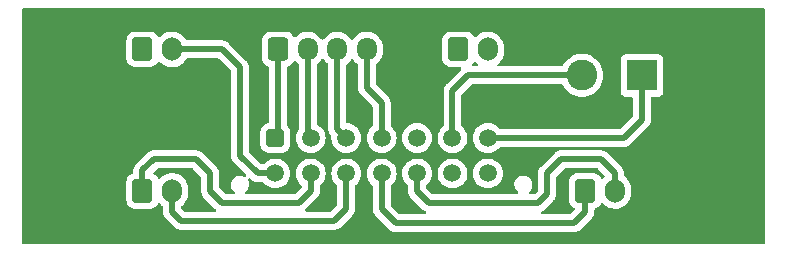
<source format=gbr>
%TF.GenerationSoftware,KiCad,Pcbnew,7.0.10*%
%TF.CreationDate,2025-02-27T15:13:30+08:00*%
%TF.ProjectId,V0-UmbilicalBoard,56302d55-6d62-4696-9c69-63616c426f61,rev?*%
%TF.SameCoordinates,Original*%
%TF.FileFunction,Copper,L1,Top*%
%TF.FilePolarity,Positive*%
%FSLAX46Y46*%
G04 Gerber Fmt 4.6, Leading zero omitted, Abs format (unit mm)*
G04 Created by KiCad (PCBNEW 7.0.10) date 2025-02-27 15:13:30*
%MOMM*%
%LPD*%
G01*
G04 APERTURE LIST*
G04 Aperture macros list*
%AMRoundRect*
0 Rectangle with rounded corners*
0 $1 Rounding radius*
0 $2 $3 $4 $5 $6 $7 $8 $9 X,Y pos of 4 corners*
0 Add a 4 corners polygon primitive as box body*
4,1,4,$2,$3,$4,$5,$6,$7,$8,$9,$2,$3,0*
0 Add four circle primitives for the rounded corners*
1,1,$1+$1,$2,$3*
1,1,$1+$1,$4,$5*
1,1,$1+$1,$6,$7*
1,1,$1+$1,$8,$9*
0 Add four rect primitives between the rounded corners*
20,1,$1+$1,$2,$3,$4,$5,0*
20,1,$1+$1,$4,$5,$6,$7,0*
20,1,$1+$1,$6,$7,$8,$9,0*
20,1,$1+$1,$8,$9,$2,$3,0*%
G04 Aperture macros list end*
%TA.AperFunction,ComponentPad*%
%ADD10RoundRect,0.250000X-0.600000X-0.725000X0.600000X-0.725000X0.600000X0.725000X-0.600000X0.725000X0*%
%TD*%
%TA.AperFunction,ComponentPad*%
%ADD11O,1.700000X1.950000*%
%TD*%
%TA.AperFunction,ComponentPad*%
%ADD12C,6.400000*%
%TD*%
%TA.AperFunction,ComponentPad*%
%ADD13RoundRect,0.250000X-0.600000X-0.750000X0.600000X-0.750000X0.600000X0.750000X-0.600000X0.750000X0*%
%TD*%
%TA.AperFunction,ComponentPad*%
%ADD14O,1.700000X2.000000*%
%TD*%
%TA.AperFunction,ComponentPad*%
%ADD15R,2.600000X2.600000*%
%TD*%
%TA.AperFunction,ComponentPad*%
%ADD16C,2.600000*%
%TD*%
%TA.AperFunction,ComponentPad*%
%ADD17RoundRect,0.250001X-0.499999X-0.499999X0.499999X-0.499999X0.499999X0.499999X-0.499999X0.499999X0*%
%TD*%
%TA.AperFunction,ComponentPad*%
%ADD18C,1.500000*%
%TD*%
%TA.AperFunction,Conductor*%
%ADD19C,0.500000*%
%TD*%
G04 APERTURE END LIST*
D10*
%TO.P,J2,1,Pin_1*%
%TO.N,/A1*%
X109250000Y-103475000D03*
D11*
%TO.P,J2,2,Pin_2*%
%TO.N,/A2*%
X111750000Y-103475000D03*
%TO.P,J2,3,Pin_3*%
%TO.N,/B1*%
X114250000Y-103475000D03*
%TO.P,J2,4,Pin_4*%
%TO.N,/B2*%
X116750000Y-103475000D03*
%TD*%
D12*
%TO.P,H1,1,1*%
%TO.N,GND*%
X91000000Y-110000000D03*
%TD*%
D13*
%TO.P,J3,1,Pin_1*%
%TO.N,/Hotend_Fan-*%
X135250000Y-115475000D03*
D14*
%TO.P,J3,2,Pin_2*%
%TO.N,/Hotend_Fan+*%
X137750000Y-115475000D03*
%TD*%
D15*
%TO.P,J5,1,Pin_1*%
%TO.N,Net-(J1-Pin_7)*%
X140045000Y-105695000D03*
D16*
%TO.P,J5,2,Pin_2*%
%TO.N,Net-(J1-Pin_6)*%
X134965000Y-105695000D03*
%TD*%
D12*
%TO.P,H2,1,1*%
%TO.N,GND*%
X147000000Y-110000000D03*
%TD*%
D13*
%TO.P,J7,1,Pin_1*%
%TO.N,Net-(J1-Pin_5)*%
X97750000Y-103500000D03*
D14*
%TO.P,J7,2,Pin_2*%
%TO.N,Net-(J1-Pin_8)*%
X100250000Y-103500000D03*
%TD*%
D13*
%TO.P,J4,1,Pin_1*%
%TO.N,/PartFan+*%
X97750000Y-115475000D03*
D14*
%TO.P,J4,2,Pin_2*%
%TO.N,/PartFan-*%
X100250000Y-115475000D03*
%TD*%
D13*
%TO.P,J6,1,Pin_1*%
%TO.N,Net-(J1-Pin_14)*%
X124500000Y-103500000D03*
D14*
%TO.P,J6,2,Pin_2*%
%TO.N,Net-(J1-Pin_13)*%
X127000000Y-103500000D03*
%TD*%
D17*
%TO.P,J1,1,Pin_1*%
%TO.N,/A1*%
X109000000Y-111000000D03*
D18*
%TO.P,J1,2,Pin_2*%
%TO.N,/A2*%
X112000000Y-111000000D03*
%TO.P,J1,3,Pin_3*%
%TO.N,/B1*%
X115000000Y-111000000D03*
%TO.P,J1,4,Pin_4*%
%TO.N,/B2*%
X118000000Y-111000000D03*
%TO.P,J1,5,Pin_5*%
%TO.N,Net-(J1-Pin_5)*%
X121000000Y-111000000D03*
%TO.P,J1,6,Pin_6*%
%TO.N,Net-(J1-Pin_6)*%
X124000000Y-111000000D03*
%TO.P,J1,7,Pin_7*%
%TO.N,Net-(J1-Pin_7)*%
X127000000Y-111000000D03*
%TO.P,J1,8,Pin_8*%
%TO.N,Net-(J1-Pin_8)*%
X109000000Y-114000000D03*
%TO.P,J1,9,Pin_9*%
%TO.N,/PartFan+*%
X112000000Y-114000000D03*
%TO.P,J1,10,Pin_10*%
%TO.N,/PartFan-*%
X115000000Y-114000000D03*
%TO.P,J1,11,Pin_11*%
%TO.N,/Hotend_Fan-*%
X118000000Y-114000000D03*
%TO.P,J1,12,Pin_12*%
%TO.N,/Hotend_Fan+*%
X121000000Y-114000000D03*
%TO.P,J1,13,Pin_13*%
%TO.N,Net-(J1-Pin_13)*%
X124000000Y-114000000D03*
%TO.P,J1,14,Pin_14*%
%TO.N,Net-(J1-Pin_14)*%
X127000000Y-114000000D03*
%TD*%
D19*
%TO.N,Net-(J1-Pin_6)*%
X124000000Y-107000000D02*
X124000000Y-111000000D01*
X134965000Y-105695000D02*
X125305000Y-105695000D01*
X125305000Y-105695000D02*
X124000000Y-107000000D01*
%TO.N,Net-(J1-Pin_7)*%
X140045000Y-109455000D02*
X138500000Y-111000000D01*
X138500000Y-111000000D02*
X127000000Y-111000000D01*
X140045000Y-105695000D02*
X140045000Y-109455000D01*
%TO.N,Net-(J1-Pin_8)*%
X109000000Y-114000000D02*
X107500000Y-114000000D01*
X107500000Y-114000000D02*
X106000000Y-112500000D01*
X106000000Y-112500000D02*
X106000000Y-105000000D01*
X104500000Y-103500000D02*
X100250000Y-103500000D01*
X106000000Y-105000000D02*
X104500000Y-103500000D01*
%TO.N,/Hotend_Fan+*%
X137750000Y-115475000D02*
X137750000Y-113950000D01*
X133200000Y-112800000D02*
X132000000Y-114000000D01*
X121000000Y-115500000D02*
X121000000Y-114000000D01*
X137750000Y-113950000D02*
X136600000Y-112800000D01*
X136600000Y-112800000D02*
X133200000Y-112800000D01*
X132000000Y-115750000D02*
X131250000Y-116500000D01*
X122000000Y-116500000D02*
X121000000Y-115500000D01*
X132000000Y-114000000D02*
X132000000Y-115750000D01*
X131250000Y-116500000D02*
X122000000Y-116500000D01*
X137750000Y-115975000D02*
X137750000Y-115475000D01*
%TO.N,/Hotend_Fan-*%
X118000000Y-117000000D02*
X118000000Y-114000000D01*
X119200000Y-118200000D02*
X118000000Y-117000000D01*
X135250000Y-117250000D02*
X134300000Y-118200000D01*
X135250000Y-115475000D02*
X135250000Y-117250000D01*
X134300000Y-118200000D02*
X119200000Y-118200000D01*
%TO.N,/PartFan-*%
X101000000Y-118000000D02*
X114000000Y-118000000D01*
X115000000Y-117000000D02*
X115000000Y-114000000D01*
X100250000Y-115475000D02*
X100250000Y-117250000D01*
X100250000Y-117250000D02*
X101000000Y-118000000D01*
X114000000Y-118000000D02*
X115000000Y-117000000D01*
%TO.N,/PartFan+*%
X102300000Y-112800000D02*
X103500000Y-114000000D01*
X97750000Y-115475000D02*
X97750000Y-113750000D01*
X98700000Y-112800000D02*
X102300000Y-112800000D01*
X103500000Y-114000000D02*
X103500000Y-115500000D01*
X112000000Y-115500000D02*
X112000000Y-114000000D01*
X104500000Y-116500000D02*
X111000000Y-116500000D01*
X103500000Y-115500000D02*
X104500000Y-116500000D01*
X111000000Y-116500000D02*
X112000000Y-115500000D01*
X97750000Y-113750000D02*
X98700000Y-112800000D01*
%TO.N,/B2*%
X116750000Y-106750000D02*
X118000000Y-108000000D01*
X116750000Y-103475000D02*
X116750000Y-106750000D01*
X118000000Y-108000000D02*
X118000000Y-111000000D01*
%TO.N,/B1*%
X114250000Y-103475000D02*
X114250000Y-110250000D01*
X114250000Y-110250000D02*
X115000000Y-111000000D01*
%TO.N,/A2*%
X111750000Y-110750000D02*
X112000000Y-111000000D01*
X111750000Y-103475000D02*
X111750000Y-110750000D01*
%TO.N,/A1*%
X109250000Y-103475000D02*
X109250000Y-110750000D01*
X109250000Y-110750000D02*
X109000000Y-111000000D01*
%TD*%
%TA.AperFunction,Conductor*%
%TO.N,GND*%
G36*
X150417539Y-100045185D02*
G01*
X150463294Y-100097989D01*
X150474500Y-100149500D01*
X150474500Y-119850500D01*
X150454815Y-119917539D01*
X150402011Y-119963294D01*
X150350500Y-119974500D01*
X87649500Y-119974500D01*
X87582461Y-119954815D01*
X87536706Y-119902011D01*
X87525500Y-119850500D01*
X87525500Y-116275537D01*
X96391500Y-116275537D01*
X96391501Y-116275553D01*
X96402113Y-116379427D01*
X96457884Y-116547735D01*
X96457886Y-116547740D01*
X96470626Y-116568394D01*
X96550970Y-116698652D01*
X96676348Y-116824030D01*
X96827262Y-116917115D01*
X96995574Y-116972887D01*
X97099455Y-116983500D01*
X98400544Y-116983499D01*
X98504426Y-116972887D01*
X98672738Y-116917115D01*
X98823652Y-116824030D01*
X98949030Y-116698652D01*
X99040417Y-116550489D01*
X99092363Y-116503768D01*
X99161326Y-116492545D01*
X99225408Y-116520389D01*
X99235468Y-116529780D01*
X99349228Y-116648476D01*
X99441235Y-116716523D01*
X99483429Y-116772211D01*
X99491500Y-116816218D01*
X99491500Y-117185706D01*
X99490191Y-117203676D01*
X99486658Y-117227791D01*
X99491028Y-117277724D01*
X99491500Y-117288533D01*
X99491500Y-117294183D01*
X99495139Y-117325322D01*
X99495505Y-117328905D01*
X99502112Y-117404426D01*
X99503572Y-117411494D01*
X99503526Y-117411503D01*
X99505209Y-117419094D01*
X99505254Y-117419084D01*
X99506919Y-117426110D01*
X99532854Y-117497367D01*
X99534037Y-117500770D01*
X99556985Y-117570020D01*
X99557886Y-117572738D01*
X99557889Y-117572743D01*
X99560940Y-117579286D01*
X99560896Y-117579306D01*
X99564284Y-117586304D01*
X99564327Y-117586283D01*
X99567568Y-117592737D01*
X99609245Y-117656103D01*
X99611167Y-117659120D01*
X99650970Y-117723651D01*
X99650971Y-117723652D01*
X99650973Y-117723655D01*
X99655451Y-117729318D01*
X99655413Y-117729347D01*
X99660320Y-117735372D01*
X99660357Y-117735342D01*
X99665002Y-117740877D01*
X99720172Y-117792927D01*
X99722760Y-117795441D01*
X100418196Y-118490877D01*
X100429977Y-118504509D01*
X100444531Y-118524058D01*
X100482945Y-118556291D01*
X100490908Y-118563589D01*
X100494900Y-118567581D01*
X100519485Y-118587021D01*
X100522279Y-118589297D01*
X100533879Y-118599030D01*
X100580360Y-118638032D01*
X100580362Y-118638033D01*
X100586396Y-118642002D01*
X100586369Y-118642042D01*
X100592921Y-118646216D01*
X100592947Y-118646175D01*
X100599091Y-118649965D01*
X100599094Y-118649967D01*
X100667840Y-118682023D01*
X100671031Y-118683569D01*
X100738811Y-118717609D01*
X100745594Y-118720077D01*
X100745577Y-118720122D01*
X100752925Y-118722676D01*
X100752941Y-118722631D01*
X100759789Y-118724899D01*
X100759794Y-118724902D01*
X100834112Y-118740246D01*
X100837531Y-118741005D01*
X100911344Y-118758500D01*
X100911345Y-118758500D01*
X100911349Y-118758501D01*
X100918517Y-118759339D01*
X100918511Y-118759386D01*
X100926242Y-118760176D01*
X100926247Y-118760129D01*
X100933437Y-118760758D01*
X100933441Y-118760757D01*
X100933442Y-118760758D01*
X101009258Y-118758552D01*
X101012864Y-118758500D01*
X113935706Y-118758500D01*
X113953676Y-118759809D01*
X113955862Y-118760129D01*
X113977789Y-118763341D01*
X114027727Y-118758971D01*
X114038534Y-118758500D01*
X114044175Y-118758500D01*
X114044180Y-118758500D01*
X114075370Y-118754853D01*
X114078851Y-118754498D01*
X114129822Y-118750039D01*
X114154418Y-118747888D01*
X114154420Y-118747887D01*
X114154426Y-118747887D01*
X114154431Y-118747885D01*
X114161493Y-118746427D01*
X114161502Y-118746474D01*
X114169097Y-118744790D01*
X114169087Y-118744744D01*
X114176108Y-118743079D01*
X114176113Y-118743079D01*
X114247414Y-118717126D01*
X114250708Y-118715981D01*
X114322738Y-118692114D01*
X114322744Y-118692110D01*
X114329284Y-118689061D01*
X114329305Y-118689106D01*
X114336302Y-118685719D01*
X114336280Y-118685675D01*
X114342728Y-118682436D01*
X114342732Y-118682435D01*
X114406103Y-118640753D01*
X114409110Y-118638837D01*
X114473651Y-118599030D01*
X114473656Y-118599024D01*
X114479319Y-118594548D01*
X114479350Y-118594587D01*
X114485374Y-118589680D01*
X114485342Y-118589642D01*
X114490864Y-118585006D01*
X114490874Y-118585001D01*
X114542962Y-118529789D01*
X114545409Y-118527270D01*
X115490880Y-117581799D01*
X115504506Y-117570023D01*
X115524058Y-117555469D01*
X115524060Y-117555467D01*
X115556274Y-117517075D01*
X115563590Y-117509090D01*
X115567581Y-117505100D01*
X115587047Y-117480479D01*
X115589295Y-117477721D01*
X115592711Y-117473651D01*
X115638032Y-117419640D01*
X115638033Y-117419637D01*
X115642004Y-117413601D01*
X115642045Y-117413628D01*
X115646219Y-117407076D01*
X115646176Y-117407050D01*
X115649961Y-117400912D01*
X115649967Y-117400905D01*
X115682021Y-117332163D01*
X115683579Y-117328946D01*
X115701040Y-117294180D01*
X115717609Y-117261188D01*
X115717611Y-117261179D01*
X115720077Y-117254405D01*
X115720124Y-117254422D01*
X115722675Y-117247083D01*
X115722629Y-117247068D01*
X115724900Y-117240210D01*
X115724903Y-117240206D01*
X115740244Y-117165905D01*
X115741021Y-117162401D01*
X115741236Y-117161494D01*
X115758500Y-117088656D01*
X115758500Y-117088653D01*
X115759339Y-117081483D01*
X115759386Y-117081488D01*
X115760177Y-117073757D01*
X115760130Y-117073753D01*
X115760759Y-117066562D01*
X115760599Y-117061078D01*
X115758552Y-116990707D01*
X115758500Y-116987101D01*
X115758500Y-115069787D01*
X115778185Y-115002748D01*
X115808166Y-114971553D01*
X115807893Y-114971228D01*
X115810922Y-114968686D01*
X115811380Y-114968210D01*
X115811645Y-114968023D01*
X115812038Y-114967749D01*
X115967749Y-114812038D01*
X116094056Y-114631654D01*
X116187120Y-114432076D01*
X116244115Y-114219371D01*
X116261439Y-114021351D01*
X116263307Y-114000002D01*
X116736693Y-114000002D01*
X116755884Y-114219365D01*
X116755885Y-114219372D01*
X116768114Y-114265009D01*
X116812880Y-114432076D01*
X116812881Y-114432079D01*
X116812882Y-114432081D01*
X116877461Y-114570572D01*
X116905944Y-114631654D01*
X117032251Y-114812038D01*
X117115692Y-114895479D01*
X117187963Y-114967750D01*
X117188620Y-114968210D01*
X117188843Y-114968490D01*
X117192107Y-114971228D01*
X117191556Y-114971883D01*
X117232247Y-115022785D01*
X117241500Y-115069787D01*
X117241500Y-116935706D01*
X117240191Y-116953676D01*
X117236658Y-116977791D01*
X117241028Y-117027724D01*
X117241500Y-117038533D01*
X117241500Y-117044183D01*
X117245139Y-117075322D01*
X117245505Y-117078905D01*
X117252112Y-117154426D01*
X117253572Y-117161494D01*
X117253526Y-117161503D01*
X117255209Y-117169094D01*
X117255254Y-117169084D01*
X117256919Y-117176110D01*
X117282854Y-117247367D01*
X117284037Y-117250770D01*
X117305838Y-117316558D01*
X117307886Y-117322738D01*
X117307889Y-117322743D01*
X117310940Y-117329286D01*
X117310896Y-117329306D01*
X117314284Y-117336304D01*
X117314327Y-117336283D01*
X117317568Y-117342737D01*
X117359245Y-117406103D01*
X117361167Y-117409120D01*
X117400970Y-117473651D01*
X117400971Y-117473652D01*
X117400973Y-117473655D01*
X117405451Y-117479318D01*
X117405413Y-117479347D01*
X117410320Y-117485372D01*
X117410357Y-117485342D01*
X117415002Y-117490877D01*
X117470172Y-117542927D01*
X117472760Y-117545441D01*
X118618196Y-118690877D01*
X118629977Y-118704509D01*
X118644531Y-118724058D01*
X118682945Y-118756291D01*
X118690908Y-118763589D01*
X118694900Y-118767581D01*
X118719485Y-118787021D01*
X118722279Y-118789297D01*
X118733879Y-118799030D01*
X118780360Y-118838032D01*
X118780362Y-118838033D01*
X118786396Y-118842002D01*
X118786369Y-118842042D01*
X118792921Y-118846216D01*
X118792947Y-118846175D01*
X118799091Y-118849965D01*
X118799094Y-118849967D01*
X118867840Y-118882023D01*
X118871031Y-118883569D01*
X118938811Y-118917609D01*
X118945594Y-118920077D01*
X118945577Y-118920122D01*
X118952925Y-118922676D01*
X118952941Y-118922631D01*
X118959789Y-118924899D01*
X118959794Y-118924902D01*
X119034112Y-118940246D01*
X119037531Y-118941005D01*
X119111344Y-118958500D01*
X119111345Y-118958500D01*
X119111349Y-118958501D01*
X119118517Y-118959339D01*
X119118511Y-118959386D01*
X119126242Y-118960176D01*
X119126247Y-118960129D01*
X119133437Y-118960758D01*
X119133441Y-118960757D01*
X119133442Y-118960758D01*
X119209258Y-118958552D01*
X119212864Y-118958500D01*
X134235706Y-118958500D01*
X134253676Y-118959809D01*
X134255862Y-118960129D01*
X134277789Y-118963341D01*
X134327727Y-118958971D01*
X134338534Y-118958500D01*
X134344175Y-118958500D01*
X134344180Y-118958500D01*
X134375370Y-118954853D01*
X134378851Y-118954498D01*
X134429822Y-118950039D01*
X134454418Y-118947888D01*
X134454420Y-118947887D01*
X134454426Y-118947887D01*
X134454431Y-118947885D01*
X134461493Y-118946427D01*
X134461502Y-118946474D01*
X134469097Y-118944790D01*
X134469087Y-118944744D01*
X134476108Y-118943079D01*
X134476113Y-118943079D01*
X134547414Y-118917126D01*
X134550708Y-118915981D01*
X134622738Y-118892114D01*
X134622744Y-118892110D01*
X134629284Y-118889061D01*
X134629305Y-118889106D01*
X134636302Y-118885719D01*
X134636280Y-118885675D01*
X134642728Y-118882436D01*
X134642732Y-118882435D01*
X134706103Y-118840753D01*
X134709110Y-118838837D01*
X134773651Y-118799030D01*
X134773656Y-118799024D01*
X134779319Y-118794548D01*
X134779350Y-118794587D01*
X134785374Y-118789680D01*
X134785342Y-118789642D01*
X134790864Y-118785006D01*
X134790874Y-118785001D01*
X134842962Y-118729789D01*
X134845409Y-118727270D01*
X135740880Y-117831799D01*
X135754506Y-117820023D01*
X135774058Y-117805469D01*
X135774060Y-117805467D01*
X135806274Y-117767075D01*
X135813590Y-117759090D01*
X135817581Y-117755100D01*
X135837047Y-117730479D01*
X135839295Y-117727721D01*
X135842711Y-117723651D01*
X135888032Y-117669640D01*
X135888033Y-117669637D01*
X135892004Y-117663601D01*
X135892045Y-117663628D01*
X135896219Y-117657076D01*
X135896176Y-117657050D01*
X135899961Y-117650912D01*
X135899967Y-117650905D01*
X135932021Y-117582163D01*
X135933579Y-117578946D01*
X135967605Y-117511196D01*
X135967605Y-117511195D01*
X135967609Y-117511188D01*
X135967611Y-117511179D01*
X135970077Y-117504405D01*
X135970124Y-117504422D01*
X135972675Y-117497083D01*
X135972629Y-117497068D01*
X135974900Y-117490210D01*
X135974903Y-117490206D01*
X135990244Y-117415905D01*
X135991021Y-117412401D01*
X135991236Y-117411494D01*
X136008500Y-117338656D01*
X136008500Y-117338653D01*
X136009339Y-117331483D01*
X136009386Y-117331488D01*
X136010177Y-117323757D01*
X136010130Y-117323753D01*
X136010759Y-117316562D01*
X136009943Y-117288533D01*
X136008552Y-117240707D01*
X136008500Y-117237101D01*
X136008500Y-117061078D01*
X136028185Y-116994039D01*
X136080989Y-116948284D01*
X136093481Y-116943377D01*
X136172738Y-116917115D01*
X136323652Y-116824030D01*
X136449030Y-116698652D01*
X136540417Y-116550489D01*
X136592363Y-116503768D01*
X136661326Y-116492545D01*
X136725408Y-116520389D01*
X136735468Y-116529780D01*
X136849228Y-116648476D01*
X137035153Y-116785985D01*
X137241643Y-116890095D01*
X137462757Y-116957811D01*
X137692135Y-116987184D01*
X137923178Y-116977369D01*
X138149238Y-116928649D01*
X138363813Y-116842426D01*
X138560730Y-116721179D01*
X138734324Y-116568398D01*
X138879600Y-116388476D01*
X138992380Y-116186591D01*
X139069419Y-115968550D01*
X139081019Y-115900898D01*
X139108499Y-115740634D01*
X139108500Y-115740623D01*
X139108500Y-115267287D01*
X139108499Y-115267269D01*
X139093802Y-115094586D01*
X139035530Y-114870793D01*
X139035529Y-114870789D01*
X138940283Y-114660080D01*
X138940276Y-114660068D01*
X138810790Y-114468486D01*
X138810786Y-114468481D01*
X138810783Y-114468477D01*
X138650772Y-114301524D01*
X138650771Y-114301523D01*
X138650770Y-114301522D01*
X138558765Y-114233475D01*
X138516571Y-114177785D01*
X138508500Y-114133780D01*
X138508500Y-114014294D01*
X138509809Y-113996324D01*
X138513279Y-113972631D01*
X138513341Y-113972211D01*
X138512874Y-113966878D01*
X138508972Y-113922275D01*
X138508500Y-113911466D01*
X138508500Y-113905824D01*
X138508499Y-113905815D01*
X138504862Y-113874700D01*
X138504495Y-113871108D01*
X138497887Y-113795576D01*
X138496427Y-113788503D01*
X138496473Y-113788493D01*
X138494790Y-113780902D01*
X138494744Y-113780914D01*
X138493079Y-113773893D01*
X138493079Y-113773887D01*
X138467120Y-113702566D01*
X138465981Y-113699290D01*
X138442114Y-113627262D01*
X138442111Y-113627257D01*
X138439061Y-113620715D01*
X138439105Y-113620694D01*
X138435717Y-113613695D01*
X138435674Y-113613717D01*
X138432437Y-113607271D01*
X138421298Y-113590336D01*
X138390717Y-113543840D01*
X138388834Y-113540883D01*
X138360889Y-113495576D01*
X138349031Y-113476350D01*
X138344553Y-113470687D01*
X138344590Y-113470656D01*
X138339681Y-113464629D01*
X138339645Y-113464660D01*
X138335002Y-113459127D01*
X138279825Y-113407070D01*
X138277238Y-113404557D01*
X137181804Y-112309123D01*
X137170022Y-112295490D01*
X137155472Y-112275946D01*
X137155471Y-112275945D01*
X137155469Y-112275942D01*
X137148615Y-112270191D01*
X137117059Y-112243711D01*
X137109085Y-112236404D01*
X137105102Y-112232421D01*
X137105096Y-112232416D01*
X137080512Y-112212976D01*
X137077719Y-112210701D01*
X137019642Y-112161970D01*
X137019640Y-112161968D01*
X137019635Y-112161965D01*
X137013605Y-112157999D01*
X137013630Y-112157959D01*
X137007069Y-112153779D01*
X137007045Y-112153820D01*
X137000907Y-112150034D01*
X137000906Y-112150033D01*
X137000903Y-112150032D01*
X137000899Y-112150029D01*
X136932160Y-112117974D01*
X136928916Y-112116404D01*
X136861185Y-112082389D01*
X136854401Y-112079920D01*
X136854416Y-112079876D01*
X136847071Y-112077322D01*
X136847057Y-112077367D01*
X136840205Y-112075096D01*
X136765926Y-112059758D01*
X136762408Y-112058978D01*
X136688653Y-112041499D01*
X136681482Y-112040661D01*
X136681487Y-112040612D01*
X136673757Y-112039822D01*
X136673753Y-112039870D01*
X136666562Y-112039240D01*
X136590707Y-112041448D01*
X136587101Y-112041500D01*
X133264294Y-112041500D01*
X133246324Y-112040191D01*
X133222206Y-112036658D01*
X133175411Y-112040753D01*
X133172272Y-112041028D01*
X133161466Y-112041500D01*
X133155816Y-112041500D01*
X133124678Y-112045139D01*
X133121095Y-112045505D01*
X133045576Y-112052112D01*
X133038503Y-112053573D01*
X133038493Y-112053526D01*
X133030905Y-112055209D01*
X133030916Y-112055255D01*
X133023890Y-112056920D01*
X132952661Y-112082844D01*
X132949260Y-112084026D01*
X132877260Y-112107886D01*
X132870713Y-112110939D01*
X132870693Y-112110896D01*
X132863702Y-112114280D01*
X132863724Y-112114323D01*
X132857270Y-112117564D01*
X132857269Y-112117564D01*
X132857268Y-112117565D01*
X132793901Y-112159241D01*
X132790885Y-112161162D01*
X132726352Y-112200968D01*
X132720682Y-112205451D01*
X132720652Y-112205413D01*
X132714627Y-112210322D01*
X132714657Y-112210357D01*
X132709126Y-112214997D01*
X132657052Y-112270191D01*
X132654541Y-112272776D01*
X131509122Y-113418195D01*
X131495495Y-113429973D01*
X131475941Y-113444531D01*
X131443713Y-113482938D01*
X131436421Y-113490897D01*
X131432420Y-113494898D01*
X131412983Y-113519479D01*
X131410710Y-113522269D01*
X131361967Y-113580360D01*
X131358001Y-113586391D01*
X131357963Y-113586366D01*
X131353782Y-113592928D01*
X131353821Y-113592952D01*
X131350035Y-113599088D01*
X131331168Y-113639547D01*
X131317967Y-113667855D01*
X131316412Y-113671068D01*
X131282391Y-113738810D01*
X131279923Y-113745593D01*
X131279878Y-113745576D01*
X131277322Y-113752932D01*
X131277366Y-113752947D01*
X131275096Y-113759794D01*
X131259758Y-113834073D01*
X131258978Y-113837589D01*
X131241499Y-113911344D01*
X131240661Y-113918519D01*
X131240613Y-113918513D01*
X131239823Y-113926244D01*
X131239870Y-113926249D01*
X131239240Y-113933438D01*
X131241448Y-114009290D01*
X131241500Y-114012897D01*
X131241500Y-115384457D01*
X131221815Y-115451496D01*
X131205181Y-115472138D01*
X130972138Y-115705181D01*
X130910815Y-115738666D01*
X130884457Y-115741500D01*
X130576679Y-115741500D01*
X130509640Y-115721815D01*
X130463885Y-115669011D01*
X130453941Y-115599853D01*
X130482966Y-115536297D01*
X130487379Y-115531953D01*
X130487212Y-115531796D01*
X130614166Y-115397232D01*
X130657117Y-115322839D01*
X130703057Y-115243269D01*
X130754045Y-115072958D01*
X130764382Y-114895480D01*
X130733511Y-114720401D01*
X130663096Y-114557162D01*
X130662439Y-114556280D01*
X130556932Y-114414560D01*
X130420746Y-114300286D01*
X130420744Y-114300285D01*
X130261881Y-114220500D01*
X130257122Y-114219372D01*
X130088890Y-114179500D01*
X129955708Y-114179500D01*
X129839958Y-114193029D01*
X129823422Y-114194962D01*
X129823419Y-114194963D01*
X129656367Y-114255764D01*
X129576586Y-114308237D01*
X129507832Y-114353457D01*
X129507831Y-114353457D01*
X129507831Y-114353458D01*
X129385833Y-114482767D01*
X129296944Y-114636728D01*
X129245955Y-114807041D01*
X129245954Y-114807046D01*
X129235618Y-114984519D01*
X129235618Y-114984520D01*
X129262055Y-115134457D01*
X129266489Y-115159599D01*
X129284562Y-115201496D01*
X129336904Y-115322839D01*
X129443067Y-115465439D01*
X129511082Y-115522511D01*
X129549784Y-115580683D01*
X129550892Y-115650543D01*
X129514055Y-115709913D01*
X129450967Y-115739943D01*
X129431376Y-115741500D01*
X122365543Y-115741500D01*
X122298504Y-115721815D01*
X122277862Y-115705181D01*
X121794819Y-115222138D01*
X121761334Y-115160815D01*
X121758500Y-115134457D01*
X121758500Y-115069787D01*
X121778185Y-115002748D01*
X121808166Y-114971553D01*
X121807893Y-114971228D01*
X121810922Y-114968686D01*
X121811380Y-114968210D01*
X121811645Y-114968023D01*
X121812038Y-114967749D01*
X121967749Y-114812038D01*
X122094056Y-114631654D01*
X122187120Y-114432076D01*
X122244115Y-114219371D01*
X122261439Y-114021351D01*
X122263307Y-114000002D01*
X122736693Y-114000002D01*
X122755884Y-114219365D01*
X122755885Y-114219372D01*
X122768114Y-114265009D01*
X122812880Y-114432076D01*
X122812881Y-114432079D01*
X122812882Y-114432081D01*
X122877461Y-114570572D01*
X122905944Y-114631654D01*
X123032251Y-114812038D01*
X123187962Y-114967749D01*
X123368346Y-115094056D01*
X123567924Y-115187120D01*
X123780629Y-115244115D01*
X123937322Y-115257823D01*
X123999998Y-115263307D01*
X124000000Y-115263307D01*
X124000002Y-115263307D01*
X124054842Y-115258509D01*
X124219371Y-115244115D01*
X124432076Y-115187120D01*
X124631654Y-115094056D01*
X124812038Y-114967749D01*
X124967749Y-114812038D01*
X125094056Y-114631654D01*
X125187120Y-114432076D01*
X125244115Y-114219371D01*
X125261439Y-114021351D01*
X125263307Y-114000002D01*
X125736693Y-114000002D01*
X125755884Y-114219365D01*
X125755885Y-114219372D01*
X125768114Y-114265009D01*
X125812880Y-114432076D01*
X125812881Y-114432079D01*
X125812882Y-114432081D01*
X125877461Y-114570572D01*
X125905944Y-114631654D01*
X126032251Y-114812038D01*
X126187962Y-114967749D01*
X126368346Y-115094056D01*
X126567924Y-115187120D01*
X126780629Y-115244115D01*
X126937322Y-115257823D01*
X126999998Y-115263307D01*
X127000000Y-115263307D01*
X127000002Y-115263307D01*
X127054842Y-115258509D01*
X127219371Y-115244115D01*
X127432076Y-115187120D01*
X127631654Y-115094056D01*
X127812038Y-114967749D01*
X127967749Y-114812038D01*
X128094056Y-114631654D01*
X128187120Y-114432076D01*
X128244115Y-114219371D01*
X128261439Y-114021351D01*
X128263307Y-114000002D01*
X128263307Y-113999997D01*
X128255068Y-113905824D01*
X128244115Y-113780629D01*
X128187120Y-113567924D01*
X128094056Y-113368347D01*
X128094054Y-113368344D01*
X128094053Y-113368342D01*
X128005237Y-113241500D01*
X127967749Y-113187962D01*
X127812038Y-113032251D01*
X127631654Y-112905944D01*
X127631650Y-112905942D01*
X127432081Y-112812882D01*
X127432079Y-112812881D01*
X127432076Y-112812880D01*
X127280777Y-112772339D01*
X127219372Y-112755885D01*
X127219365Y-112755884D01*
X127000002Y-112736693D01*
X126999998Y-112736693D01*
X126780634Y-112755884D01*
X126780627Y-112755885D01*
X126567920Y-112812881D01*
X126368346Y-112905944D01*
X126368342Y-112905946D01*
X126187967Y-113032247D01*
X126187960Y-113032252D01*
X126032252Y-113187960D01*
X126032247Y-113187967D01*
X125905946Y-113368342D01*
X125905944Y-113368346D01*
X125812881Y-113567920D01*
X125755885Y-113780627D01*
X125755884Y-113780634D01*
X125736693Y-113999997D01*
X125736693Y-114000002D01*
X125263307Y-114000002D01*
X125263307Y-113999997D01*
X125255068Y-113905824D01*
X125244115Y-113780629D01*
X125187120Y-113567924D01*
X125094056Y-113368347D01*
X125094054Y-113368344D01*
X125094053Y-113368342D01*
X125005237Y-113241500D01*
X124967749Y-113187962D01*
X124812038Y-113032251D01*
X124631654Y-112905944D01*
X124631650Y-112905942D01*
X124432081Y-112812882D01*
X124432079Y-112812881D01*
X124432076Y-112812880D01*
X124280777Y-112772339D01*
X124219372Y-112755885D01*
X124219365Y-112755884D01*
X124000002Y-112736693D01*
X123999998Y-112736693D01*
X123780634Y-112755884D01*
X123780627Y-112755885D01*
X123567920Y-112812881D01*
X123368346Y-112905944D01*
X123368342Y-112905946D01*
X123187967Y-113032247D01*
X123187960Y-113032252D01*
X123032252Y-113187960D01*
X123032247Y-113187967D01*
X122905946Y-113368342D01*
X122905944Y-113368346D01*
X122812881Y-113567920D01*
X122755885Y-113780627D01*
X122755884Y-113780634D01*
X122736693Y-113999997D01*
X122736693Y-114000002D01*
X122263307Y-114000002D01*
X122263307Y-113999997D01*
X122255068Y-113905824D01*
X122244115Y-113780629D01*
X122187120Y-113567924D01*
X122094056Y-113368347D01*
X122094054Y-113368344D01*
X122094053Y-113368342D01*
X122005237Y-113241500D01*
X121967749Y-113187962D01*
X121812038Y-113032251D01*
X121631654Y-112905944D01*
X121631650Y-112905942D01*
X121432081Y-112812882D01*
X121432079Y-112812881D01*
X121432076Y-112812880D01*
X121280777Y-112772339D01*
X121219372Y-112755885D01*
X121219365Y-112755884D01*
X121000002Y-112736693D01*
X120999998Y-112736693D01*
X120780634Y-112755884D01*
X120780627Y-112755885D01*
X120567920Y-112812881D01*
X120368346Y-112905944D01*
X120368342Y-112905946D01*
X120187967Y-113032247D01*
X120187960Y-113032252D01*
X120032252Y-113187960D01*
X120032247Y-113187967D01*
X119905946Y-113368342D01*
X119905944Y-113368346D01*
X119812881Y-113567920D01*
X119755885Y-113780627D01*
X119755884Y-113780634D01*
X119736693Y-113999997D01*
X119736693Y-114000002D01*
X119755884Y-114219365D01*
X119755885Y-114219372D01*
X119768114Y-114265009D01*
X119812880Y-114432076D01*
X119812881Y-114432079D01*
X119812882Y-114432081D01*
X119877461Y-114570572D01*
X119905944Y-114631654D01*
X120032251Y-114812038D01*
X120115692Y-114895479D01*
X120187963Y-114967750D01*
X120188620Y-114968210D01*
X120188843Y-114968490D01*
X120192107Y-114971228D01*
X120191556Y-114971883D01*
X120232247Y-115022785D01*
X120241500Y-115069787D01*
X120241500Y-115435706D01*
X120240191Y-115453676D01*
X120236658Y-115477791D01*
X120241028Y-115527724D01*
X120241500Y-115538533D01*
X120241500Y-115544183D01*
X120245139Y-115575322D01*
X120245505Y-115578905D01*
X120252112Y-115654426D01*
X120253572Y-115661494D01*
X120253526Y-115661503D01*
X120255209Y-115669094D01*
X120255254Y-115669084D01*
X120256919Y-115676110D01*
X120282854Y-115747367D01*
X120284037Y-115750770D01*
X120305838Y-115816558D01*
X120307886Y-115822738D01*
X120307889Y-115822743D01*
X120310940Y-115829286D01*
X120310896Y-115829306D01*
X120314284Y-115836304D01*
X120314327Y-115836283D01*
X120317568Y-115842737D01*
X120359245Y-115906103D01*
X120361167Y-115909120D01*
X120400970Y-115973651D01*
X120400973Y-115973654D01*
X120405451Y-115979318D01*
X120405413Y-115979347D01*
X120410320Y-115985372D01*
X120410357Y-115985342D01*
X120415002Y-115990877D01*
X120470172Y-116042927D01*
X120472760Y-116045441D01*
X121418196Y-116990877D01*
X121429977Y-117004509D01*
X121444531Y-117024058D01*
X121482935Y-117056283D01*
X121490901Y-117063582D01*
X121494900Y-117067581D01*
X121519470Y-117087008D01*
X121522266Y-117089286D01*
X121568006Y-117127665D01*
X121580360Y-117138032D01*
X121580362Y-117138033D01*
X121586396Y-117142002D01*
X121586370Y-117142041D01*
X121592927Y-117146218D01*
X121592953Y-117146178D01*
X121599091Y-117149964D01*
X121599095Y-117149967D01*
X121667831Y-117182019D01*
X121671044Y-117183574D01*
X121714066Y-117205181D01*
X121717071Y-117206690D01*
X121768145Y-117254368D01*
X121785334Y-117322091D01*
X121763181Y-117388355D01*
X121708719Y-117432124D01*
X121661419Y-117441500D01*
X119565543Y-117441500D01*
X119498504Y-117421815D01*
X119477862Y-117405181D01*
X118794819Y-116722138D01*
X118761334Y-116660815D01*
X118758500Y-116634457D01*
X118758500Y-115069787D01*
X118778185Y-115002748D01*
X118808166Y-114971553D01*
X118807893Y-114971228D01*
X118810922Y-114968686D01*
X118811380Y-114968210D01*
X118811645Y-114968023D01*
X118812038Y-114967749D01*
X118967749Y-114812038D01*
X119094056Y-114631654D01*
X119187120Y-114432076D01*
X119244115Y-114219371D01*
X119261439Y-114021351D01*
X119263307Y-114000002D01*
X119263307Y-113999997D01*
X119255068Y-113905824D01*
X119244115Y-113780629D01*
X119187120Y-113567924D01*
X119094056Y-113368347D01*
X119094054Y-113368344D01*
X119094053Y-113368342D01*
X119005237Y-113241500D01*
X118967749Y-113187962D01*
X118812038Y-113032251D01*
X118631654Y-112905944D01*
X118631650Y-112905942D01*
X118432081Y-112812882D01*
X118432079Y-112812881D01*
X118432076Y-112812880D01*
X118280777Y-112772339D01*
X118219372Y-112755885D01*
X118219365Y-112755884D01*
X118000002Y-112736693D01*
X117999998Y-112736693D01*
X117780634Y-112755884D01*
X117780627Y-112755885D01*
X117567920Y-112812881D01*
X117368346Y-112905944D01*
X117368342Y-112905946D01*
X117187967Y-113032247D01*
X117187960Y-113032252D01*
X117032252Y-113187960D01*
X117032247Y-113187967D01*
X116905946Y-113368342D01*
X116905944Y-113368346D01*
X116812881Y-113567920D01*
X116755885Y-113780627D01*
X116755884Y-113780634D01*
X116736693Y-113999997D01*
X116736693Y-114000002D01*
X116263307Y-114000002D01*
X116263307Y-113999997D01*
X116255068Y-113905824D01*
X116244115Y-113780629D01*
X116187120Y-113567924D01*
X116094056Y-113368347D01*
X116094054Y-113368344D01*
X116094053Y-113368342D01*
X116005237Y-113241500D01*
X115967749Y-113187962D01*
X115812038Y-113032251D01*
X115631654Y-112905944D01*
X115631650Y-112905942D01*
X115432081Y-112812882D01*
X115432079Y-112812881D01*
X115432076Y-112812880D01*
X115280777Y-112772339D01*
X115219372Y-112755885D01*
X115219365Y-112755884D01*
X115000002Y-112736693D01*
X114999998Y-112736693D01*
X114780634Y-112755884D01*
X114780627Y-112755885D01*
X114567920Y-112812881D01*
X114368346Y-112905944D01*
X114368342Y-112905946D01*
X114187967Y-113032247D01*
X114187960Y-113032252D01*
X114032252Y-113187960D01*
X114032247Y-113187967D01*
X113905946Y-113368342D01*
X113905944Y-113368346D01*
X113812881Y-113567920D01*
X113755885Y-113780627D01*
X113755884Y-113780634D01*
X113736693Y-113999997D01*
X113736693Y-114000002D01*
X113755884Y-114219365D01*
X113755885Y-114219372D01*
X113768114Y-114265009D01*
X113812880Y-114432076D01*
X113812881Y-114432079D01*
X113812882Y-114432081D01*
X113877461Y-114570572D01*
X113905944Y-114631654D01*
X114032251Y-114812038D01*
X114115692Y-114895479D01*
X114187963Y-114967750D01*
X114188620Y-114968210D01*
X114188843Y-114968490D01*
X114192107Y-114971228D01*
X114191556Y-114971883D01*
X114232247Y-115022785D01*
X114241500Y-115069787D01*
X114241500Y-116634457D01*
X114221815Y-116701496D01*
X114205181Y-116722138D01*
X113722138Y-117205181D01*
X113660815Y-117238666D01*
X113634457Y-117241500D01*
X111630688Y-117241500D01*
X111563649Y-117221815D01*
X111517894Y-117169011D01*
X111507950Y-117099853D01*
X111536975Y-117036297D01*
X111540455Y-117032446D01*
X111542976Y-117029774D01*
X111545408Y-117027271D01*
X112490880Y-116081799D01*
X112504506Y-116070023D01*
X112524058Y-116055469D01*
X112524060Y-116055467D01*
X112556274Y-116017075D01*
X112563590Y-116009090D01*
X112567581Y-116005100D01*
X112587047Y-115980479D01*
X112589295Y-115977721D01*
X112592711Y-115973651D01*
X112638032Y-115919640D01*
X112638033Y-115919637D01*
X112642004Y-115913601D01*
X112642045Y-115913628D01*
X112646219Y-115907076D01*
X112646176Y-115907050D01*
X112649961Y-115900912D01*
X112649967Y-115900905D01*
X112682021Y-115832163D01*
X112683579Y-115828946D01*
X112717605Y-115761196D01*
X112717605Y-115761195D01*
X112717609Y-115761188D01*
X112717611Y-115761179D01*
X112720077Y-115754405D01*
X112720124Y-115754422D01*
X112722675Y-115747083D01*
X112722629Y-115747068D01*
X112724900Y-115740210D01*
X112724903Y-115740206D01*
X112740244Y-115665905D01*
X112741021Y-115662401D01*
X112741236Y-115661494D01*
X112758500Y-115588656D01*
X112758500Y-115588653D01*
X112759339Y-115581483D01*
X112759386Y-115581488D01*
X112760177Y-115573757D01*
X112760130Y-115573753D01*
X112760759Y-115566562D01*
X112759943Y-115538533D01*
X112758552Y-115490707D01*
X112758500Y-115487101D01*
X112758500Y-115069787D01*
X112778185Y-115002748D01*
X112808166Y-114971553D01*
X112807893Y-114971228D01*
X112810922Y-114968686D01*
X112811380Y-114968210D01*
X112811645Y-114968023D01*
X112812038Y-114967749D01*
X112967749Y-114812038D01*
X113094056Y-114631654D01*
X113187120Y-114432076D01*
X113244115Y-114219371D01*
X113261439Y-114021351D01*
X113263307Y-114000002D01*
X113263307Y-113999997D01*
X113255068Y-113905824D01*
X113244115Y-113780629D01*
X113187120Y-113567924D01*
X113094056Y-113368347D01*
X113094054Y-113368344D01*
X113094053Y-113368342D01*
X113005237Y-113241500D01*
X112967749Y-113187962D01*
X112812038Y-113032251D01*
X112631654Y-112905944D01*
X112631650Y-112905942D01*
X112432081Y-112812882D01*
X112432079Y-112812881D01*
X112432076Y-112812880D01*
X112280777Y-112772339D01*
X112219372Y-112755885D01*
X112219365Y-112755884D01*
X112000002Y-112736693D01*
X111999998Y-112736693D01*
X111780634Y-112755884D01*
X111780627Y-112755885D01*
X111567920Y-112812881D01*
X111368346Y-112905944D01*
X111368342Y-112905946D01*
X111187967Y-113032247D01*
X111187960Y-113032252D01*
X111032252Y-113187960D01*
X111032247Y-113187967D01*
X110905946Y-113368342D01*
X110905944Y-113368346D01*
X110812881Y-113567920D01*
X110755885Y-113780627D01*
X110755884Y-113780634D01*
X110736693Y-113999997D01*
X110736693Y-114000002D01*
X110755884Y-114219365D01*
X110755885Y-114219372D01*
X110768114Y-114265009D01*
X110812880Y-114432076D01*
X110812881Y-114432079D01*
X110812882Y-114432081D01*
X110877461Y-114570572D01*
X110905944Y-114631654D01*
X111032251Y-114812038D01*
X111115692Y-114895479D01*
X111187963Y-114967750D01*
X111188620Y-114968210D01*
X111188843Y-114968490D01*
X111192107Y-114971228D01*
X111191556Y-114971883D01*
X111232247Y-115022785D01*
X111241500Y-115069787D01*
X111241500Y-115134457D01*
X111221815Y-115201496D01*
X111205181Y-115222138D01*
X110722138Y-115705181D01*
X110660815Y-115738666D01*
X110634457Y-115741500D01*
X106576679Y-115741500D01*
X106509640Y-115721815D01*
X106463885Y-115669011D01*
X106453941Y-115599853D01*
X106482966Y-115536297D01*
X106487379Y-115531953D01*
X106487212Y-115531796D01*
X106614166Y-115397232D01*
X106657117Y-115322839D01*
X106703057Y-115243269D01*
X106754045Y-115072958D01*
X106764382Y-114895480D01*
X106733511Y-114720401D01*
X106675952Y-114586967D01*
X106667475Y-114517616D01*
X106697837Y-114454688D01*
X106757401Y-114418166D01*
X106827255Y-114419643D01*
X106877493Y-114450174D01*
X106918196Y-114490877D01*
X106929977Y-114504509D01*
X106944531Y-114524058D01*
X106982945Y-114556291D01*
X106990908Y-114563589D01*
X106994900Y-114567581D01*
X107019485Y-114587021D01*
X107022279Y-114589297D01*
X107031450Y-114596992D01*
X107080360Y-114638032D01*
X107080362Y-114638033D01*
X107086396Y-114642002D01*
X107086369Y-114642042D01*
X107092917Y-114646214D01*
X107092943Y-114646173D01*
X107099090Y-114649964D01*
X107099094Y-114649967D01*
X107120763Y-114660071D01*
X107167818Y-114682013D01*
X107171066Y-114683585D01*
X107238814Y-114717610D01*
X107245595Y-114720078D01*
X107245578Y-114720123D01*
X107252916Y-114722674D01*
X107252932Y-114722629D01*
X107259788Y-114724900D01*
X107259789Y-114724900D01*
X107259793Y-114724902D01*
X107334101Y-114740244D01*
X107337564Y-114741012D01*
X107411344Y-114758500D01*
X107411346Y-114758500D01*
X107418517Y-114759339D01*
X107418511Y-114759386D01*
X107426242Y-114760176D01*
X107426247Y-114760129D01*
X107433437Y-114760758D01*
X107433441Y-114760757D01*
X107433442Y-114760758D01*
X107509258Y-114758552D01*
X107512864Y-114758500D01*
X107930213Y-114758500D01*
X107997252Y-114778185D01*
X108028442Y-114808161D01*
X108028769Y-114807888D01*
X108031316Y-114810923D01*
X108031787Y-114811376D01*
X108032251Y-114812038D01*
X108187962Y-114967749D01*
X108368346Y-115094056D01*
X108567924Y-115187120D01*
X108780629Y-115244115D01*
X108937322Y-115257823D01*
X108999998Y-115263307D01*
X109000000Y-115263307D01*
X109000002Y-115263307D01*
X109054842Y-115258509D01*
X109219371Y-115244115D01*
X109432076Y-115187120D01*
X109631654Y-115094056D01*
X109812038Y-114967749D01*
X109967749Y-114812038D01*
X110094056Y-114631654D01*
X110187120Y-114432076D01*
X110244115Y-114219371D01*
X110261439Y-114021351D01*
X110263307Y-114000002D01*
X110263307Y-113999997D01*
X110255068Y-113905824D01*
X110244115Y-113780629D01*
X110187120Y-113567924D01*
X110094056Y-113368347D01*
X110094054Y-113368344D01*
X110094053Y-113368342D01*
X110005237Y-113241500D01*
X109967749Y-113187962D01*
X109812038Y-113032251D01*
X109631654Y-112905944D01*
X109631650Y-112905942D01*
X109432081Y-112812882D01*
X109432079Y-112812881D01*
X109432076Y-112812880D01*
X109280777Y-112772339D01*
X109219372Y-112755885D01*
X109219365Y-112755884D01*
X109000002Y-112736693D01*
X108999998Y-112736693D01*
X108780634Y-112755884D01*
X108780627Y-112755885D01*
X108567920Y-112812881D01*
X108368346Y-112905944D01*
X108368342Y-112905946D01*
X108187967Y-113032247D01*
X108187960Y-113032252D01*
X108032254Y-113187958D01*
X108032245Y-113187969D01*
X108031787Y-113188624D01*
X108031510Y-113188844D01*
X108028769Y-113192112D01*
X108028112Y-113191561D01*
X107977210Y-113232249D01*
X107930213Y-113241500D01*
X107865543Y-113241500D01*
X107798504Y-113221815D01*
X107777862Y-113205181D01*
X106794819Y-112222138D01*
X106761334Y-112160815D01*
X106758500Y-112134457D01*
X106758500Y-111550551D01*
X107741500Y-111550551D01*
X107752113Y-111654428D01*
X107807883Y-111822735D01*
X107807884Y-111822738D01*
X107900967Y-111973647D01*
X107900970Y-111973651D01*
X108026348Y-112099029D01*
X108026352Y-112099032D01*
X108177261Y-112192115D01*
X108177264Y-112192116D01*
X108345571Y-112247886D01*
X108345572Y-112247886D01*
X108345575Y-112247887D01*
X108449456Y-112258500D01*
X108449461Y-112258500D01*
X109550539Y-112258500D01*
X109550544Y-112258500D01*
X109654425Y-112247887D01*
X109822738Y-112192115D01*
X109973651Y-112099030D01*
X110099030Y-111973651D01*
X110192115Y-111822738D01*
X110247887Y-111654425D01*
X110258500Y-111550544D01*
X110258500Y-110449456D01*
X110247887Y-110345575D01*
X110247886Y-110345571D01*
X110192116Y-110177264D01*
X110192115Y-110177261D01*
X110099032Y-110026352D01*
X110099029Y-110026348D01*
X110044819Y-109972138D01*
X110011334Y-109910815D01*
X110008500Y-109884457D01*
X110008500Y-105036078D01*
X110028185Y-104969039D01*
X110080989Y-104923284D01*
X110093481Y-104918377D01*
X110172738Y-104892115D01*
X110323652Y-104799030D01*
X110449030Y-104673652D01*
X110540417Y-104525489D01*
X110592363Y-104478768D01*
X110661326Y-104467545D01*
X110725408Y-104495389D01*
X110735468Y-104504780D01*
X110849228Y-104623476D01*
X110941235Y-104691523D01*
X110983429Y-104747211D01*
X110991500Y-104791218D01*
X110991500Y-110207063D01*
X110971815Y-110274102D01*
X110969075Y-110278186D01*
X110905944Y-110368346D01*
X110905943Y-110368348D01*
X110812881Y-110567920D01*
X110755885Y-110780627D01*
X110755884Y-110780634D01*
X110750495Y-110842238D01*
X110736693Y-111000000D01*
X110755885Y-111219371D01*
X110812880Y-111432076D01*
X110812881Y-111432079D01*
X110812882Y-111432081D01*
X110890730Y-111599028D01*
X110905944Y-111631654D01*
X111032251Y-111812038D01*
X111187962Y-111967749D01*
X111368346Y-112094056D01*
X111567924Y-112187120D01*
X111780629Y-112244115D01*
X111937322Y-112257823D01*
X111999998Y-112263307D01*
X112000000Y-112263307D01*
X112000002Y-112263307D01*
X112054957Y-112258499D01*
X112219371Y-112244115D01*
X112432076Y-112187120D01*
X112631654Y-112094056D01*
X112812038Y-111967749D01*
X112967749Y-111812038D01*
X113094056Y-111631654D01*
X113187120Y-111432076D01*
X113244115Y-111219371D01*
X113263307Y-111000000D01*
X113244115Y-110780629D01*
X113187120Y-110567924D01*
X113094056Y-110368347D01*
X113094054Y-110368344D01*
X113094053Y-110368342D01*
X113003252Y-110238666D01*
X112967749Y-110187962D01*
X112812038Y-110032251D01*
X112631654Y-109905944D01*
X112631653Y-109905943D01*
X112631651Y-109905942D01*
X112580095Y-109881901D01*
X112527656Y-109835728D01*
X112508500Y-109769519D01*
X112508500Y-104797327D01*
X112528185Y-104730288D01*
X112556821Y-104699710D01*
X112556776Y-104699659D01*
X112557305Y-104699192D01*
X112558773Y-104697626D01*
X112560719Y-104696185D01*
X112560730Y-104696179D01*
X112734324Y-104543398D01*
X112879600Y-104363476D01*
X112893030Y-104339434D01*
X112942906Y-104290509D01*
X113011318Y-104276314D01*
X113076545Y-104301359D01*
X113104019Y-104330470D01*
X113189209Y-104456512D01*
X113189212Y-104456516D01*
X113189217Y-104456523D01*
X113349228Y-104623476D01*
X113441235Y-104691523D01*
X113483429Y-104747211D01*
X113491500Y-104791218D01*
X113491500Y-110185706D01*
X113490191Y-110203676D01*
X113486658Y-110227791D01*
X113491028Y-110277724D01*
X113491500Y-110288533D01*
X113491500Y-110294183D01*
X113495139Y-110325322D01*
X113495505Y-110328905D01*
X113502112Y-110404426D01*
X113503572Y-110411494D01*
X113503526Y-110411503D01*
X113505209Y-110419094D01*
X113505254Y-110419084D01*
X113506919Y-110426110D01*
X113532854Y-110497367D01*
X113534037Y-110500770D01*
X113556289Y-110567920D01*
X113557886Y-110572738D01*
X113557889Y-110572743D01*
X113560940Y-110579286D01*
X113560896Y-110579306D01*
X113564284Y-110586304D01*
X113564327Y-110586283D01*
X113567568Y-110592737D01*
X113609245Y-110656103D01*
X113611167Y-110659120D01*
X113650970Y-110723651D01*
X113650971Y-110723652D01*
X113650973Y-110723655D01*
X113655451Y-110729318D01*
X113655413Y-110729347D01*
X113660320Y-110735372D01*
X113660357Y-110735342D01*
X113665002Y-110740877D01*
X113708500Y-110781915D01*
X113743755Y-110842238D01*
X113746935Y-110882916D01*
X113736693Y-110999996D01*
X113736693Y-111000000D01*
X113755885Y-111219371D01*
X113812880Y-111432076D01*
X113812881Y-111432079D01*
X113812882Y-111432081D01*
X113890730Y-111599028D01*
X113905944Y-111631654D01*
X114032251Y-111812038D01*
X114187962Y-111967749D01*
X114368346Y-112094056D01*
X114567924Y-112187120D01*
X114780629Y-112244115D01*
X114937322Y-112257823D01*
X114999998Y-112263307D01*
X115000000Y-112263307D01*
X115000002Y-112263307D01*
X115054957Y-112258499D01*
X115219371Y-112244115D01*
X115432076Y-112187120D01*
X115631654Y-112094056D01*
X115812038Y-111967749D01*
X115967749Y-111812038D01*
X116094056Y-111631654D01*
X116187120Y-111432076D01*
X116244115Y-111219371D01*
X116263307Y-111000000D01*
X116244115Y-110780629D01*
X116187120Y-110567924D01*
X116094056Y-110368347D01*
X116094054Y-110368344D01*
X116094053Y-110368342D01*
X116003252Y-110238666D01*
X115967749Y-110187962D01*
X115812038Y-110032251D01*
X115631654Y-109905944D01*
X115585575Y-109884457D01*
X115432081Y-109812882D01*
X115432079Y-109812881D01*
X115432076Y-109812880D01*
X115270253Y-109769519D01*
X115219372Y-109755885D01*
X115219366Y-109755884D01*
X115121692Y-109747339D01*
X115056624Y-109721886D01*
X115015645Y-109665295D01*
X115008500Y-109623811D01*
X115008500Y-104797327D01*
X115028185Y-104730288D01*
X115056821Y-104699710D01*
X115056776Y-104699659D01*
X115057305Y-104699192D01*
X115058773Y-104697626D01*
X115060719Y-104696185D01*
X115060730Y-104696179D01*
X115234324Y-104543398D01*
X115379600Y-104363476D01*
X115393030Y-104339434D01*
X115442906Y-104290509D01*
X115511318Y-104276314D01*
X115576545Y-104301359D01*
X115604019Y-104330470D01*
X115689209Y-104456512D01*
X115689212Y-104456516D01*
X115689217Y-104456523D01*
X115849228Y-104623476D01*
X115941235Y-104691523D01*
X115983429Y-104747211D01*
X115991500Y-104791218D01*
X115991500Y-106685706D01*
X115990191Y-106703676D01*
X115986658Y-106727791D01*
X115991028Y-106777724D01*
X115991500Y-106788533D01*
X115991500Y-106794183D01*
X115995139Y-106825322D01*
X115995505Y-106828905D01*
X116002112Y-106904426D01*
X116003572Y-106911494D01*
X116003526Y-106911503D01*
X116005209Y-106919094D01*
X116005254Y-106919084D01*
X116006919Y-106926110D01*
X116032854Y-106997367D01*
X116034037Y-107000770D01*
X116048243Y-107043638D01*
X116057886Y-107072738D01*
X116057889Y-107072743D01*
X116060940Y-107079286D01*
X116060896Y-107079306D01*
X116064284Y-107086304D01*
X116064327Y-107086283D01*
X116067568Y-107092737D01*
X116109245Y-107156103D01*
X116111167Y-107159120D01*
X116150970Y-107223651D01*
X116150971Y-107223652D01*
X116150973Y-107223655D01*
X116155451Y-107229318D01*
X116155413Y-107229347D01*
X116160320Y-107235372D01*
X116160357Y-107235342D01*
X116165002Y-107240877D01*
X116220172Y-107292927D01*
X116222760Y-107295441D01*
X117205181Y-108277862D01*
X117238666Y-108339185D01*
X117241500Y-108365543D01*
X117241500Y-109930212D01*
X117221815Y-109997251D01*
X117191839Y-110028444D01*
X117192112Y-110028769D01*
X117189093Y-110031302D01*
X117188637Y-110031777D01*
X117187974Y-110032240D01*
X117187958Y-110032254D01*
X117032252Y-110187960D01*
X117032247Y-110187967D01*
X116905946Y-110368342D01*
X116905944Y-110368346D01*
X116812881Y-110567920D01*
X116755885Y-110780627D01*
X116755884Y-110780634D01*
X116750495Y-110842238D01*
X116736693Y-111000000D01*
X116755885Y-111219371D01*
X116812880Y-111432076D01*
X116812881Y-111432079D01*
X116812882Y-111432081D01*
X116890730Y-111599028D01*
X116905944Y-111631654D01*
X117032251Y-111812038D01*
X117187962Y-111967749D01*
X117368346Y-112094056D01*
X117567924Y-112187120D01*
X117780629Y-112244115D01*
X117937322Y-112257823D01*
X117999998Y-112263307D01*
X118000000Y-112263307D01*
X118000002Y-112263307D01*
X118054957Y-112258499D01*
X118219371Y-112244115D01*
X118432076Y-112187120D01*
X118631654Y-112094056D01*
X118812038Y-111967749D01*
X118967749Y-111812038D01*
X119094056Y-111631654D01*
X119187120Y-111432076D01*
X119244115Y-111219371D01*
X119263307Y-111000000D01*
X119736693Y-111000000D01*
X119755885Y-111219371D01*
X119812880Y-111432076D01*
X119812881Y-111432079D01*
X119812882Y-111432081D01*
X119890730Y-111599028D01*
X119905944Y-111631654D01*
X120032251Y-111812038D01*
X120187962Y-111967749D01*
X120368346Y-112094056D01*
X120567924Y-112187120D01*
X120780629Y-112244115D01*
X120937322Y-112257823D01*
X120999998Y-112263307D01*
X121000000Y-112263307D01*
X121000002Y-112263307D01*
X121054957Y-112258499D01*
X121219371Y-112244115D01*
X121432076Y-112187120D01*
X121631654Y-112094056D01*
X121812038Y-111967749D01*
X121967749Y-111812038D01*
X122094056Y-111631654D01*
X122187120Y-111432076D01*
X122244115Y-111219371D01*
X122263307Y-111000000D01*
X122736693Y-111000000D01*
X122755885Y-111219371D01*
X122812880Y-111432076D01*
X122812881Y-111432079D01*
X122812882Y-111432081D01*
X122890730Y-111599028D01*
X122905944Y-111631654D01*
X123032251Y-111812038D01*
X123187962Y-111967749D01*
X123368346Y-112094056D01*
X123567924Y-112187120D01*
X123780629Y-112244115D01*
X123937322Y-112257823D01*
X123999998Y-112263307D01*
X124000000Y-112263307D01*
X124000002Y-112263307D01*
X124054957Y-112258499D01*
X124219371Y-112244115D01*
X124432076Y-112187120D01*
X124631654Y-112094056D01*
X124812038Y-111967749D01*
X124967749Y-111812038D01*
X125094056Y-111631654D01*
X125187120Y-111432076D01*
X125244115Y-111219371D01*
X125263307Y-111000000D01*
X125736693Y-111000000D01*
X125755885Y-111219371D01*
X125812880Y-111432076D01*
X125812881Y-111432079D01*
X125812882Y-111432081D01*
X125890730Y-111599028D01*
X125905944Y-111631654D01*
X126032251Y-111812038D01*
X126187962Y-111967749D01*
X126368346Y-112094056D01*
X126567924Y-112187120D01*
X126780629Y-112244115D01*
X126937322Y-112257823D01*
X126999998Y-112263307D01*
X127000000Y-112263307D01*
X127000002Y-112263307D01*
X127054957Y-112258499D01*
X127219371Y-112244115D01*
X127432076Y-112187120D01*
X127631654Y-112094056D01*
X127812038Y-111967749D01*
X127967749Y-111812038D01*
X127968213Y-111811376D01*
X127968489Y-111811155D01*
X127971231Y-111807888D01*
X127971887Y-111808438D01*
X128022790Y-111767751D01*
X128069787Y-111758500D01*
X138435706Y-111758500D01*
X138453676Y-111759809D01*
X138456174Y-111760174D01*
X138477789Y-111763341D01*
X138527727Y-111758971D01*
X138538534Y-111758500D01*
X138544175Y-111758500D01*
X138544180Y-111758500D01*
X138575370Y-111754853D01*
X138578851Y-111754498D01*
X138629822Y-111750039D01*
X138654418Y-111747888D01*
X138654420Y-111747887D01*
X138654426Y-111747887D01*
X138654431Y-111747885D01*
X138661493Y-111746427D01*
X138661502Y-111746474D01*
X138669097Y-111744790D01*
X138669087Y-111744744D01*
X138676108Y-111743079D01*
X138676113Y-111743079D01*
X138747414Y-111717126D01*
X138750708Y-111715981D01*
X138822738Y-111692114D01*
X138822744Y-111692110D01*
X138829284Y-111689061D01*
X138829305Y-111689106D01*
X138836302Y-111685719D01*
X138836280Y-111685675D01*
X138842728Y-111682436D01*
X138842732Y-111682435D01*
X138906103Y-111640753D01*
X138909110Y-111638837D01*
X138973651Y-111599030D01*
X138973656Y-111599024D01*
X138979319Y-111594548D01*
X138979350Y-111594587D01*
X138985374Y-111589680D01*
X138985342Y-111589642D01*
X138990864Y-111585006D01*
X138990874Y-111585001D01*
X139042962Y-111529789D01*
X139045409Y-111527270D01*
X140535880Y-110036799D01*
X140549506Y-110025023D01*
X140569058Y-110010469D01*
X140582237Y-109994763D01*
X140601274Y-109972075D01*
X140608590Y-109964090D01*
X140612581Y-109960100D01*
X140632047Y-109935479D01*
X140634295Y-109932721D01*
X140636401Y-109930212D01*
X140683032Y-109874640D01*
X140683033Y-109874637D01*
X140687004Y-109868601D01*
X140687045Y-109868628D01*
X140691219Y-109862076D01*
X140691176Y-109862050D01*
X140694961Y-109855912D01*
X140694967Y-109855905D01*
X140727021Y-109787163D01*
X140728579Y-109783946D01*
X140762605Y-109716196D01*
X140762605Y-109716195D01*
X140762609Y-109716188D01*
X140762611Y-109716179D01*
X140765077Y-109709405D01*
X140765124Y-109709422D01*
X140767675Y-109702083D01*
X140767629Y-109702068D01*
X140769900Y-109695210D01*
X140769903Y-109695206D01*
X140785244Y-109620905D01*
X140786021Y-109617401D01*
X140803500Y-109543656D01*
X140803500Y-109543653D01*
X140804339Y-109536483D01*
X140804386Y-109536488D01*
X140805177Y-109528757D01*
X140805130Y-109528753D01*
X140805759Y-109521562D01*
X140803552Y-109445707D01*
X140803500Y-109442101D01*
X140803500Y-107627500D01*
X140823185Y-107560461D01*
X140875989Y-107514706D01*
X140927500Y-107503500D01*
X141393638Y-107503500D01*
X141393654Y-107503499D01*
X141420692Y-107500591D01*
X141454201Y-107496989D01*
X141591204Y-107445889D01*
X141708261Y-107358261D01*
X141795889Y-107241204D01*
X141846989Y-107104201D01*
X141850591Y-107070692D01*
X141853499Y-107043654D01*
X141853500Y-107043637D01*
X141853500Y-104346362D01*
X141853499Y-104346345D01*
X141850157Y-104315270D01*
X141846989Y-104285799D01*
X141844149Y-104278185D01*
X141819312Y-104211594D01*
X141795889Y-104148796D01*
X141708261Y-104031739D01*
X141591204Y-103944111D01*
X141589681Y-103943543D01*
X141454203Y-103893011D01*
X141393654Y-103886500D01*
X141393638Y-103886500D01*
X138696362Y-103886500D01*
X138696345Y-103886500D01*
X138635797Y-103893011D01*
X138635795Y-103893011D01*
X138498795Y-103944111D01*
X138381739Y-104031739D01*
X138294111Y-104148795D01*
X138243011Y-104285795D01*
X138243011Y-104285797D01*
X138236500Y-104346345D01*
X138236500Y-107043654D01*
X138243011Y-107104202D01*
X138243011Y-107104204D01*
X138290507Y-107231542D01*
X138294111Y-107241204D01*
X138381739Y-107358261D01*
X138498796Y-107445889D01*
X138635799Y-107496989D01*
X138663050Y-107499918D01*
X138696345Y-107503499D01*
X138696362Y-107503500D01*
X139162500Y-107503500D01*
X139229539Y-107523185D01*
X139275294Y-107575989D01*
X139286500Y-107627500D01*
X139286500Y-109089457D01*
X139266815Y-109156496D01*
X139250181Y-109177138D01*
X138222138Y-110205181D01*
X138160815Y-110238666D01*
X138134457Y-110241500D01*
X128069787Y-110241500D01*
X128002748Y-110221815D01*
X127971557Y-110191838D01*
X127971231Y-110192112D01*
X127968683Y-110189076D01*
X127968213Y-110188624D01*
X127967754Y-110187969D01*
X127967753Y-110187968D01*
X127967749Y-110187962D01*
X127812038Y-110032251D01*
X127631654Y-109905944D01*
X127585575Y-109884457D01*
X127432081Y-109812882D01*
X127432079Y-109812881D01*
X127432076Y-109812880D01*
X127270253Y-109769519D01*
X127219372Y-109755885D01*
X127219365Y-109755884D01*
X127000002Y-109736693D01*
X126999998Y-109736693D01*
X126780634Y-109755884D01*
X126780627Y-109755885D01*
X126567920Y-109812881D01*
X126368346Y-109905944D01*
X126368342Y-109905946D01*
X126187967Y-110032247D01*
X126187960Y-110032252D01*
X126032252Y-110187960D01*
X126032247Y-110187967D01*
X125905946Y-110368342D01*
X125905944Y-110368346D01*
X125812881Y-110567920D01*
X125755885Y-110780627D01*
X125755884Y-110780634D01*
X125750495Y-110842238D01*
X125736693Y-111000000D01*
X125263307Y-111000000D01*
X125244115Y-110780629D01*
X125187120Y-110567924D01*
X125094056Y-110368347D01*
X125094054Y-110368344D01*
X125094053Y-110368342D01*
X125003252Y-110238666D01*
X124967749Y-110187962D01*
X124812038Y-110032251D01*
X124812035Y-110032249D01*
X124812025Y-110032240D01*
X124811363Y-110031777D01*
X124811140Y-110031497D01*
X124807888Y-110028769D01*
X124808436Y-110028115D01*
X124767745Y-109977194D01*
X124758500Y-109930212D01*
X124758500Y-107365543D01*
X124778185Y-107298504D01*
X124794819Y-107277862D01*
X125582862Y-106489819D01*
X125644185Y-106456334D01*
X125670543Y-106453500D01*
X133243053Y-106453500D01*
X133310092Y-106473185D01*
X133350440Y-106515500D01*
X133466557Y-106716621D01*
X133635558Y-106928542D01*
X133834257Y-107112907D01*
X134058215Y-107265599D01*
X134302428Y-107383206D01*
X134561442Y-107463101D01*
X134561443Y-107463101D01*
X134561446Y-107463102D01*
X134829464Y-107503499D01*
X134829469Y-107503499D01*
X134829472Y-107503500D01*
X134829473Y-107503500D01*
X135100527Y-107503500D01*
X135100528Y-107503500D01*
X135143726Y-107496989D01*
X135368553Y-107463102D01*
X135368554Y-107463101D01*
X135368558Y-107463101D01*
X135627572Y-107383206D01*
X135871786Y-107265599D01*
X136095743Y-107112907D01*
X136294442Y-106928542D01*
X136463443Y-106716621D01*
X136598971Y-106481879D01*
X136697999Y-106229559D01*
X136758315Y-105965299D01*
X136778571Y-105695000D01*
X136758315Y-105424701D01*
X136697999Y-105160441D01*
X136598971Y-104908121D01*
X136463443Y-104673379D01*
X136294442Y-104461458D01*
X136095743Y-104277093D01*
X135871786Y-104124401D01*
X135871780Y-104124398D01*
X135871779Y-104124397D01*
X135871778Y-104124396D01*
X135627574Y-104006795D01*
X135627576Y-104006795D01*
X135368559Y-103926899D01*
X135368553Y-103926897D01*
X135100535Y-103886500D01*
X135100528Y-103886500D01*
X134829472Y-103886500D01*
X134829464Y-103886500D01*
X134561446Y-103926897D01*
X134561440Y-103926899D01*
X134302427Y-104006794D01*
X134058219Y-104124398D01*
X133834256Y-104277093D01*
X133635560Y-104461456D01*
X133635558Y-104461458D01*
X133466557Y-104673379D01*
X133350440Y-104874500D01*
X133299873Y-104922716D01*
X133243053Y-104936500D01*
X127923062Y-104936500D01*
X127856023Y-104916815D01*
X127810268Y-104864011D01*
X127800324Y-104794853D01*
X127829349Y-104731297D01*
X127841139Y-104719416D01*
X127867541Y-104696179D01*
X127984324Y-104593398D01*
X128129600Y-104413476D01*
X128242380Y-104211591D01*
X128319419Y-103993550D01*
X128337774Y-103886500D01*
X128358499Y-103765634D01*
X128358500Y-103765623D01*
X128358500Y-103292287D01*
X128358499Y-103292269D01*
X128343802Y-103119586D01*
X128285530Y-102895793D01*
X128285529Y-102895789D01*
X128190283Y-102685080D01*
X128190276Y-102685068D01*
X128060790Y-102493486D01*
X128060786Y-102493481D01*
X128060783Y-102493477D01*
X127900772Y-102326524D01*
X127714847Y-102189015D01*
X127714846Y-102189014D01*
X127714844Y-102189013D01*
X127508358Y-102084905D01*
X127380888Y-102045867D01*
X127287243Y-102017189D01*
X127287241Y-102017188D01*
X127287242Y-102017188D01*
X127057859Y-101987815D01*
X126826827Y-101997630D01*
X126826821Y-101997630D01*
X126600759Y-102046351D01*
X126386190Y-102132572D01*
X126189270Y-102253820D01*
X126015679Y-102406599D01*
X126015674Y-102406604D01*
X125991757Y-102436224D01*
X125934326Y-102476015D01*
X125864498Y-102478440D01*
X125804444Y-102442728D01*
X125789747Y-102423423D01*
X125699030Y-102276348D01*
X125573652Y-102150970D01*
X125422738Y-102057885D01*
X125387930Y-102046351D01*
X125254427Y-102002113D01*
X125150545Y-101991500D01*
X123849462Y-101991500D01*
X123849446Y-101991501D01*
X123745572Y-102002113D01*
X123577264Y-102057884D01*
X123577259Y-102057886D01*
X123426346Y-102150971D01*
X123300971Y-102276346D01*
X123207886Y-102427259D01*
X123207884Y-102427264D01*
X123152113Y-102595572D01*
X123141500Y-102699447D01*
X123141500Y-104300537D01*
X123141501Y-104300553D01*
X123152113Y-104404427D01*
X123207884Y-104572735D01*
X123207886Y-104572740D01*
X123219052Y-104590842D01*
X123300970Y-104723652D01*
X123426348Y-104849030D01*
X123577262Y-104942115D01*
X123745574Y-104997887D01*
X123849455Y-105008500D01*
X124619457Y-105008499D01*
X124686495Y-105028183D01*
X124732250Y-105080987D01*
X124742194Y-105150146D01*
X124713169Y-105213702D01*
X124707137Y-105220180D01*
X123509122Y-106418195D01*
X123495495Y-106429973D01*
X123475941Y-106444531D01*
X123443713Y-106482938D01*
X123436421Y-106490897D01*
X123432420Y-106494898D01*
X123412983Y-106519479D01*
X123410710Y-106522269D01*
X123361967Y-106580360D01*
X123358001Y-106586391D01*
X123357963Y-106586366D01*
X123353782Y-106592928D01*
X123353821Y-106592952D01*
X123350035Y-106599088D01*
X123331168Y-106639547D01*
X123317967Y-106667855D01*
X123316412Y-106671068D01*
X123282391Y-106738810D01*
X123279923Y-106745593D01*
X123279878Y-106745576D01*
X123277322Y-106752932D01*
X123277366Y-106752947D01*
X123275096Y-106759794D01*
X123259758Y-106834073D01*
X123258978Y-106837589D01*
X123241499Y-106911344D01*
X123240661Y-106918519D01*
X123240613Y-106918513D01*
X123239823Y-106926244D01*
X123239870Y-106926249D01*
X123239240Y-106933438D01*
X123241448Y-107009290D01*
X123241500Y-107012897D01*
X123241500Y-109930212D01*
X123221815Y-109997251D01*
X123191839Y-110028444D01*
X123192112Y-110028769D01*
X123189093Y-110031302D01*
X123188637Y-110031777D01*
X123187974Y-110032240D01*
X123187958Y-110032254D01*
X123032252Y-110187960D01*
X123032247Y-110187967D01*
X122905946Y-110368342D01*
X122905944Y-110368346D01*
X122812881Y-110567920D01*
X122755885Y-110780627D01*
X122755884Y-110780634D01*
X122750495Y-110842238D01*
X122736693Y-111000000D01*
X122263307Y-111000000D01*
X122244115Y-110780629D01*
X122187120Y-110567924D01*
X122094056Y-110368347D01*
X122094054Y-110368344D01*
X122094053Y-110368342D01*
X122003252Y-110238666D01*
X121967749Y-110187962D01*
X121812038Y-110032251D01*
X121631654Y-109905944D01*
X121585575Y-109884457D01*
X121432081Y-109812882D01*
X121432079Y-109812881D01*
X121432076Y-109812880D01*
X121270253Y-109769519D01*
X121219372Y-109755885D01*
X121219365Y-109755884D01*
X121000002Y-109736693D01*
X120999998Y-109736693D01*
X120780634Y-109755884D01*
X120780627Y-109755885D01*
X120567920Y-109812881D01*
X120368346Y-109905944D01*
X120368342Y-109905946D01*
X120187967Y-110032247D01*
X120187960Y-110032252D01*
X120032252Y-110187960D01*
X120032247Y-110187967D01*
X119905946Y-110368342D01*
X119905944Y-110368346D01*
X119812881Y-110567920D01*
X119755885Y-110780627D01*
X119755884Y-110780634D01*
X119750495Y-110842238D01*
X119736693Y-111000000D01*
X119263307Y-111000000D01*
X119244115Y-110780629D01*
X119187120Y-110567924D01*
X119094056Y-110368347D01*
X119094054Y-110368344D01*
X119094053Y-110368342D01*
X119003252Y-110238666D01*
X118967749Y-110187962D01*
X118812038Y-110032251D01*
X118812035Y-110032249D01*
X118812025Y-110032240D01*
X118811363Y-110031777D01*
X118811140Y-110031497D01*
X118807888Y-110028769D01*
X118808436Y-110028115D01*
X118767745Y-109977194D01*
X118758500Y-109930212D01*
X118758500Y-108064294D01*
X118759809Y-108046324D01*
X118763341Y-108022208D01*
X118758972Y-107972275D01*
X118758500Y-107961466D01*
X118758500Y-107955824D01*
X118758499Y-107955815D01*
X118754862Y-107924700D01*
X118754495Y-107921108D01*
X118747887Y-107845576D01*
X118746427Y-107838503D01*
X118746473Y-107838493D01*
X118744790Y-107830902D01*
X118744744Y-107830914D01*
X118743079Y-107823893D01*
X118743079Y-107823887D01*
X118717120Y-107752566D01*
X118715981Y-107749290D01*
X118692114Y-107677262D01*
X118692111Y-107677257D01*
X118689061Y-107670715D01*
X118689105Y-107670694D01*
X118685717Y-107663695D01*
X118685674Y-107663717D01*
X118682437Y-107657271D01*
X118681534Y-107655898D01*
X118640717Y-107593840D01*
X118638834Y-107590883D01*
X118599030Y-107526349D01*
X118594553Y-107520687D01*
X118594590Y-107520656D01*
X118589681Y-107514629D01*
X118589645Y-107514660D01*
X118585002Y-107509127D01*
X118529825Y-107457070D01*
X118527238Y-107454557D01*
X117544819Y-106472138D01*
X117511334Y-106410815D01*
X117508500Y-106384457D01*
X117508500Y-104797327D01*
X117528185Y-104730288D01*
X117556821Y-104699710D01*
X117556776Y-104699659D01*
X117557305Y-104699192D01*
X117558773Y-104697626D01*
X117560719Y-104696185D01*
X117560730Y-104696179D01*
X117734324Y-104543398D01*
X117879600Y-104363476D01*
X117992380Y-104161591D01*
X118069419Y-103943550D01*
X118079946Y-103882153D01*
X118108499Y-103715634D01*
X118108500Y-103715623D01*
X118108500Y-103292287D01*
X118108499Y-103292269D01*
X118093802Y-103119586D01*
X118035530Y-102895793D01*
X118035529Y-102895789D01*
X117940283Y-102685080D01*
X117940276Y-102685068D01*
X117810790Y-102493486D01*
X117810786Y-102493481D01*
X117810783Y-102493477D01*
X117650772Y-102326524D01*
X117464847Y-102189015D01*
X117464846Y-102189014D01*
X117464844Y-102189013D01*
X117258358Y-102084905D01*
X117130888Y-102045867D01*
X117037243Y-102017189D01*
X117037241Y-102017188D01*
X117037242Y-102017188D01*
X116807859Y-101987815D01*
X116576827Y-101997630D01*
X116576821Y-101997630D01*
X116350759Y-102046351D01*
X116136190Y-102132572D01*
X115939270Y-102253820D01*
X115765679Y-102406599D01*
X115765672Y-102406605D01*
X115620404Y-102586517D01*
X115620397Y-102586527D01*
X115606968Y-102610567D01*
X115557089Y-102659493D01*
X115488675Y-102673685D01*
X115423450Y-102648637D01*
X115395980Y-102619529D01*
X115310790Y-102493487D01*
X115310788Y-102493485D01*
X115310783Y-102493477D01*
X115150772Y-102326524D01*
X114964847Y-102189015D01*
X114964846Y-102189014D01*
X114964844Y-102189013D01*
X114758358Y-102084905D01*
X114630888Y-102045867D01*
X114537243Y-102017189D01*
X114537241Y-102017188D01*
X114537242Y-102017188D01*
X114307859Y-101987815D01*
X114076827Y-101997630D01*
X114076821Y-101997630D01*
X113850759Y-102046351D01*
X113636190Y-102132572D01*
X113439270Y-102253820D01*
X113265679Y-102406599D01*
X113265672Y-102406605D01*
X113120404Y-102586517D01*
X113120397Y-102586527D01*
X113106968Y-102610567D01*
X113057089Y-102659493D01*
X112988675Y-102673685D01*
X112923450Y-102648637D01*
X112895980Y-102619529D01*
X112810790Y-102493487D01*
X112810788Y-102493485D01*
X112810783Y-102493477D01*
X112650772Y-102326524D01*
X112464847Y-102189015D01*
X112464846Y-102189014D01*
X112464844Y-102189013D01*
X112258358Y-102084905D01*
X112130888Y-102045867D01*
X112037243Y-102017189D01*
X112037241Y-102017188D01*
X112037242Y-102017188D01*
X111807859Y-101987815D01*
X111576827Y-101997630D01*
X111576821Y-101997630D01*
X111350759Y-102046351D01*
X111136190Y-102132572D01*
X110939270Y-102253820D01*
X110765679Y-102406599D01*
X110765674Y-102406604D01*
X110741757Y-102436224D01*
X110684326Y-102476015D01*
X110614498Y-102478440D01*
X110554444Y-102442728D01*
X110539747Y-102423423D01*
X110449030Y-102276348D01*
X110323652Y-102150970D01*
X110172738Y-102057885D01*
X110137930Y-102046351D01*
X110004427Y-102002113D01*
X109900545Y-101991500D01*
X108599462Y-101991500D01*
X108599446Y-101991501D01*
X108495572Y-102002113D01*
X108327264Y-102057884D01*
X108327259Y-102057886D01*
X108176346Y-102150971D01*
X108050971Y-102276346D01*
X107957886Y-102427259D01*
X107957884Y-102427264D01*
X107902113Y-102595572D01*
X107891500Y-102699447D01*
X107891500Y-104250537D01*
X107891501Y-104250553D01*
X107902113Y-104354427D01*
X107957884Y-104522735D01*
X107957886Y-104522740D01*
X107960110Y-104526346D01*
X108050970Y-104673652D01*
X108176348Y-104799030D01*
X108327262Y-104892115D01*
X108406504Y-104918372D01*
X108463947Y-104958143D01*
X108490772Y-105022658D01*
X108491500Y-105036078D01*
X108491500Y-109625227D01*
X108471815Y-109692266D01*
X108419011Y-109738021D01*
X108380104Y-109748585D01*
X108345571Y-109752113D01*
X108177264Y-109807883D01*
X108177261Y-109807884D01*
X108026352Y-109900967D01*
X108026348Y-109900970D01*
X107900970Y-110026348D01*
X107900967Y-110026352D01*
X107807884Y-110177261D01*
X107807883Y-110177264D01*
X107752113Y-110345571D01*
X107741500Y-110449448D01*
X107741500Y-111550551D01*
X106758500Y-111550551D01*
X106758500Y-105064293D01*
X106759809Y-105046322D01*
X106763341Y-105022211D01*
X106762141Y-105008500D01*
X106758972Y-104972273D01*
X106758500Y-104961465D01*
X106758500Y-104955824D01*
X106758500Y-104955820D01*
X106754854Y-104924636D01*
X106754494Y-104921104D01*
X106753968Y-104915095D01*
X106749500Y-104864011D01*
X106747888Y-104845577D01*
X106746427Y-104838504D01*
X106746475Y-104838493D01*
X106744794Y-104830909D01*
X106744746Y-104830921D01*
X106743079Y-104823893D01*
X106743079Y-104823887D01*
X106717147Y-104752640D01*
X106715964Y-104749235D01*
X106698382Y-104696177D01*
X106692114Y-104677261D01*
X106692110Y-104677255D01*
X106689060Y-104670712D01*
X106689104Y-104670691D01*
X106685720Y-104663701D01*
X106685676Y-104663724D01*
X106682437Y-104657275D01*
X106682435Y-104657268D01*
X106660210Y-104623476D01*
X106640747Y-104593883D01*
X106638840Y-104590891D01*
X106599030Y-104526349D01*
X106599027Y-104526346D01*
X106594552Y-104520686D01*
X106594590Y-104520655D01*
X106589681Y-104514629D01*
X106589645Y-104514660D01*
X106585002Y-104509127D01*
X106529825Y-104457070D01*
X106527238Y-104454557D01*
X105081804Y-103009123D01*
X105070022Y-102995490D01*
X105055472Y-102975946D01*
X105055471Y-102975945D01*
X105055469Y-102975942D01*
X105054380Y-102975028D01*
X105017059Y-102943711D01*
X105009085Y-102936404D01*
X105005102Y-102932421D01*
X105005096Y-102932416D01*
X104980512Y-102912976D01*
X104977719Y-102910701D01*
X104919642Y-102861970D01*
X104919640Y-102861968D01*
X104919635Y-102861965D01*
X104913605Y-102857999D01*
X104913630Y-102857959D01*
X104907069Y-102853779D01*
X104907045Y-102853820D01*
X104900907Y-102850034D01*
X104900906Y-102850033D01*
X104900903Y-102850032D01*
X104900899Y-102850029D01*
X104832160Y-102817974D01*
X104828916Y-102816404D01*
X104761185Y-102782389D01*
X104754401Y-102779920D01*
X104754416Y-102779876D01*
X104747071Y-102777322D01*
X104747057Y-102777367D01*
X104740205Y-102775096D01*
X104665926Y-102759758D01*
X104662408Y-102758978D01*
X104588653Y-102741499D01*
X104581482Y-102740661D01*
X104581487Y-102740612D01*
X104573757Y-102739822D01*
X104573753Y-102739870D01*
X104566562Y-102739240D01*
X104490707Y-102741448D01*
X104487101Y-102741500D01*
X101544275Y-102741500D01*
X101477236Y-102721815D01*
X101441540Y-102686937D01*
X101310790Y-102493487D01*
X101310788Y-102493485D01*
X101310783Y-102493477D01*
X101150772Y-102326524D01*
X100964847Y-102189015D01*
X100964846Y-102189014D01*
X100964844Y-102189013D01*
X100758358Y-102084905D01*
X100630888Y-102045867D01*
X100537243Y-102017189D01*
X100537241Y-102017188D01*
X100537242Y-102017188D01*
X100307859Y-101987815D01*
X100076827Y-101997630D01*
X100076821Y-101997630D01*
X99850759Y-102046351D01*
X99636190Y-102132572D01*
X99439270Y-102253820D01*
X99265679Y-102406599D01*
X99265674Y-102406604D01*
X99241757Y-102436224D01*
X99184326Y-102476015D01*
X99114498Y-102478440D01*
X99054444Y-102442728D01*
X99039747Y-102423423D01*
X98949030Y-102276348D01*
X98823652Y-102150970D01*
X98672738Y-102057885D01*
X98637930Y-102046351D01*
X98504427Y-102002113D01*
X98400545Y-101991500D01*
X97099462Y-101991500D01*
X97099446Y-101991501D01*
X96995572Y-102002113D01*
X96827264Y-102057884D01*
X96827259Y-102057886D01*
X96676346Y-102150971D01*
X96550971Y-102276346D01*
X96457886Y-102427259D01*
X96457884Y-102427264D01*
X96402113Y-102595572D01*
X96391500Y-102699447D01*
X96391500Y-104300537D01*
X96391501Y-104300553D01*
X96402113Y-104404427D01*
X96457884Y-104572735D01*
X96457886Y-104572740D01*
X96469052Y-104590842D01*
X96550970Y-104723652D01*
X96676348Y-104849030D01*
X96827262Y-104942115D01*
X96995574Y-104997887D01*
X97099455Y-105008500D01*
X98400544Y-105008499D01*
X98504426Y-104997887D01*
X98672738Y-104942115D01*
X98823652Y-104849030D01*
X98949030Y-104723652D01*
X99040417Y-104575489D01*
X99092363Y-104528768D01*
X99161326Y-104517545D01*
X99225408Y-104545389D01*
X99235468Y-104554780D01*
X99349228Y-104673476D01*
X99535153Y-104810985D01*
X99741643Y-104915095D01*
X99962757Y-104982811D01*
X100192135Y-105012184D01*
X100423178Y-105002369D01*
X100649238Y-104953649D01*
X100863813Y-104867426D01*
X101060730Y-104746179D01*
X101234324Y-104593398D01*
X101379600Y-104413476D01*
X101430687Y-104322025D01*
X101480567Y-104273100D01*
X101538941Y-104258500D01*
X104134457Y-104258500D01*
X104201496Y-104278185D01*
X104222138Y-104294819D01*
X105205181Y-105277862D01*
X105238666Y-105339185D01*
X105241500Y-105365543D01*
X105241500Y-112435706D01*
X105240191Y-112453676D01*
X105236658Y-112477791D01*
X105241028Y-112527724D01*
X105241500Y-112538533D01*
X105241500Y-112544183D01*
X105245139Y-112575322D01*
X105245505Y-112578905D01*
X105252112Y-112654426D01*
X105253572Y-112661494D01*
X105253526Y-112661503D01*
X105255209Y-112669094D01*
X105255254Y-112669084D01*
X105256919Y-112676110D01*
X105282854Y-112747367D01*
X105284037Y-112750770D01*
X105304619Y-112812880D01*
X105307886Y-112822738D01*
X105307889Y-112822743D01*
X105310940Y-112829286D01*
X105310896Y-112829306D01*
X105314284Y-112836304D01*
X105314327Y-112836283D01*
X105317568Y-112842737D01*
X105359245Y-112906103D01*
X105361167Y-112909120D01*
X105400970Y-112973651D01*
X105400971Y-112973652D01*
X105400973Y-112973655D01*
X105405451Y-112979318D01*
X105405413Y-112979347D01*
X105410320Y-112985372D01*
X105410357Y-112985342D01*
X105415002Y-112990877D01*
X105470172Y-113042927D01*
X105472760Y-113045441D01*
X106493837Y-114066518D01*
X106527322Y-114127841D01*
X106522338Y-114197533D01*
X106480466Y-114253466D01*
X106415002Y-114277883D01*
X106350505Y-114265009D01*
X106261881Y-114220500D01*
X106257122Y-114219372D01*
X106088890Y-114179500D01*
X105955708Y-114179500D01*
X105839958Y-114193029D01*
X105823422Y-114194962D01*
X105823419Y-114194963D01*
X105656367Y-114255764D01*
X105576586Y-114308237D01*
X105507832Y-114353457D01*
X105507831Y-114353457D01*
X105507831Y-114353458D01*
X105385833Y-114482767D01*
X105296944Y-114636728D01*
X105245955Y-114807041D01*
X105245954Y-114807046D01*
X105235618Y-114984519D01*
X105235618Y-114984520D01*
X105262055Y-115134457D01*
X105266489Y-115159599D01*
X105284562Y-115201496D01*
X105336904Y-115322839D01*
X105443067Y-115465439D01*
X105511082Y-115522511D01*
X105549784Y-115580683D01*
X105550892Y-115650543D01*
X105514055Y-115709913D01*
X105450967Y-115739943D01*
X105431376Y-115741500D01*
X104865543Y-115741500D01*
X104798504Y-115721815D01*
X104777862Y-115705181D01*
X104294819Y-115222138D01*
X104261334Y-115160815D01*
X104258500Y-115134457D01*
X104258500Y-114064293D01*
X104259809Y-114046322D01*
X104261777Y-114032885D01*
X104263341Y-114022211D01*
X104262648Y-114014294D01*
X104258972Y-113972273D01*
X104258500Y-113961465D01*
X104258500Y-113955824D01*
X104258500Y-113955820D01*
X104254854Y-113924636D01*
X104254494Y-113921104D01*
X104254267Y-113918513D01*
X104250278Y-113872904D01*
X104247888Y-113845577D01*
X104246427Y-113838504D01*
X104246475Y-113838493D01*
X104244794Y-113830909D01*
X104244746Y-113830921D01*
X104243079Y-113823893D01*
X104243079Y-113823887D01*
X104217147Y-113752640D01*
X104215964Y-113749235D01*
X104192115Y-113677265D01*
X104192114Y-113677261D01*
X104192110Y-113677255D01*
X104189060Y-113670712D01*
X104189104Y-113670691D01*
X104185720Y-113663701D01*
X104185676Y-113663724D01*
X104182437Y-113657275D01*
X104182435Y-113657268D01*
X104156452Y-113617762D01*
X104140747Y-113593883D01*
X104138840Y-113590891D01*
X104099030Y-113526349D01*
X104099027Y-113526346D01*
X104094552Y-113520686D01*
X104094590Y-113520655D01*
X104089681Y-113514629D01*
X104089645Y-113514660D01*
X104085002Y-113509127D01*
X104029825Y-113457070D01*
X104027238Y-113454557D01*
X102881804Y-112309123D01*
X102870022Y-112295490D01*
X102855472Y-112275946D01*
X102855471Y-112275945D01*
X102855469Y-112275942D01*
X102848615Y-112270191D01*
X102817059Y-112243711D01*
X102809085Y-112236404D01*
X102805102Y-112232421D01*
X102805096Y-112232416D01*
X102780512Y-112212976D01*
X102777719Y-112210701D01*
X102719642Y-112161970D01*
X102719640Y-112161968D01*
X102719635Y-112161965D01*
X102713605Y-112157999D01*
X102713630Y-112157959D01*
X102707069Y-112153779D01*
X102707045Y-112153820D01*
X102700907Y-112150034D01*
X102700906Y-112150033D01*
X102700903Y-112150032D01*
X102700899Y-112150029D01*
X102632160Y-112117974D01*
X102628916Y-112116404D01*
X102561185Y-112082389D01*
X102554401Y-112079920D01*
X102554416Y-112079876D01*
X102547071Y-112077322D01*
X102547057Y-112077367D01*
X102540205Y-112075096D01*
X102465926Y-112059758D01*
X102462408Y-112058978D01*
X102388653Y-112041499D01*
X102381482Y-112040661D01*
X102381487Y-112040612D01*
X102373757Y-112039822D01*
X102373753Y-112039870D01*
X102366562Y-112039240D01*
X102290707Y-112041448D01*
X102287101Y-112041500D01*
X98764294Y-112041500D01*
X98746324Y-112040191D01*
X98722206Y-112036658D01*
X98675411Y-112040753D01*
X98672272Y-112041028D01*
X98661466Y-112041500D01*
X98655816Y-112041500D01*
X98624680Y-112045139D01*
X98621097Y-112045505D01*
X98545574Y-112052112D01*
X98538506Y-112053572D01*
X98538496Y-112053528D01*
X98530906Y-112055210D01*
X98530917Y-112055254D01*
X98523886Y-112056920D01*
X98452652Y-112082847D01*
X98449249Y-112084030D01*
X98377262Y-112107885D01*
X98370720Y-112110936D01*
X98370700Y-112110894D01*
X98363696Y-112114285D01*
X98363717Y-112114326D01*
X98357264Y-112117566D01*
X98293900Y-112159241D01*
X98290861Y-112161178D01*
X98226346Y-112200972D01*
X98220683Y-112205450D01*
X98220653Y-112205413D01*
X98214627Y-112210322D01*
X98214657Y-112210357D01*
X98209126Y-112214997D01*
X98157052Y-112270191D01*
X98154541Y-112272776D01*
X97259122Y-113168195D01*
X97245495Y-113179973D01*
X97225941Y-113194531D01*
X97193713Y-113232938D01*
X97186421Y-113240897D01*
X97182420Y-113244898D01*
X97162983Y-113269479D01*
X97160710Y-113272269D01*
X97111967Y-113330360D01*
X97108001Y-113336391D01*
X97107963Y-113336366D01*
X97103782Y-113342928D01*
X97103821Y-113342952D01*
X97100035Y-113349088D01*
X97081168Y-113389547D01*
X97067967Y-113417855D01*
X97066412Y-113421068D01*
X97032391Y-113488810D01*
X97029923Y-113495593D01*
X97029878Y-113495576D01*
X97027322Y-113502932D01*
X97027366Y-113502947D01*
X97025096Y-113509794D01*
X97009758Y-113584073D01*
X97008978Y-113587589D01*
X96991499Y-113661344D01*
X96990661Y-113668519D01*
X96990613Y-113668513D01*
X96989823Y-113676244D01*
X96989870Y-113676249D01*
X96989240Y-113683438D01*
X96991448Y-113759290D01*
X96991500Y-113762897D01*
X96991500Y-113888921D01*
X96971815Y-113955960D01*
X96919011Y-114001715D01*
X96906504Y-114006627D01*
X96827264Y-114032884D01*
X96827259Y-114032886D01*
X96676346Y-114125971D01*
X96550971Y-114251346D01*
X96457886Y-114402259D01*
X96457884Y-114402264D01*
X96402113Y-114570572D01*
X96391500Y-114674447D01*
X96391500Y-116275537D01*
X87525500Y-116275537D01*
X87525500Y-100149500D01*
X87545185Y-100082461D01*
X87597989Y-100036706D01*
X87649500Y-100025500D01*
X150350500Y-100025500D01*
X150417539Y-100045185D01*
G37*
%TD.AperFunction*%
%TD*%
%TA.AperFunction,NonConductor*%
G36*
X125975408Y-104545389D02*
G01*
X125985468Y-104554780D01*
X126099228Y-104673476D01*
X126152407Y-104712807D01*
X126194599Y-104768495D01*
X126199987Y-104838156D01*
X126166857Y-104899672D01*
X126105729Y-104933512D01*
X126078670Y-104936500D01*
X125785544Y-104936500D01*
X125718505Y-104916815D01*
X125672750Y-104864011D01*
X125662806Y-104794853D01*
X125691831Y-104731297D01*
X125697863Y-104724819D01*
X125699030Y-104723652D01*
X125790417Y-104575489D01*
X125842363Y-104528768D01*
X125911326Y-104517545D01*
X125975408Y-104545389D01*
G37*
%TD.AperFunction*%
%TA.AperFunction,NonConductor*%
G36*
X102001496Y-113578185D02*
G01*
X102022138Y-113594819D01*
X102705181Y-114277862D01*
X102738666Y-114339185D01*
X102741500Y-114365543D01*
X102741500Y-115435706D01*
X102740191Y-115453676D01*
X102736658Y-115477791D01*
X102741028Y-115527724D01*
X102741500Y-115538533D01*
X102741500Y-115544183D01*
X102745139Y-115575322D01*
X102745505Y-115578905D01*
X102752112Y-115654426D01*
X102753572Y-115661494D01*
X102753526Y-115661503D01*
X102755209Y-115669094D01*
X102755254Y-115669084D01*
X102756919Y-115676110D01*
X102782854Y-115747367D01*
X102784037Y-115750770D01*
X102805838Y-115816558D01*
X102807886Y-115822738D01*
X102807889Y-115822743D01*
X102810940Y-115829286D01*
X102810896Y-115829306D01*
X102814284Y-115836304D01*
X102814327Y-115836283D01*
X102817568Y-115842737D01*
X102859245Y-115906103D01*
X102861167Y-115909120D01*
X102900970Y-115973651D01*
X102900973Y-115973654D01*
X102905451Y-115979318D01*
X102905413Y-115979347D01*
X102910320Y-115985372D01*
X102910357Y-115985342D01*
X102915002Y-115990877D01*
X102970172Y-116042927D01*
X102972760Y-116045441D01*
X103918196Y-116990877D01*
X103929978Y-117004510D01*
X103944531Y-117024058D01*
X103949487Y-117029311D01*
X103948089Y-117030629D01*
X103981391Y-117080689D01*
X103982495Y-117150550D01*
X103945654Y-117209918D01*
X103882565Y-117239944D01*
X103862981Y-117241500D01*
X101365543Y-117241500D01*
X101298504Y-117221815D01*
X101277862Y-117205181D01*
X101044819Y-116972138D01*
X101011334Y-116910815D01*
X101008500Y-116884457D01*
X101008500Y-116822327D01*
X101028185Y-116755288D01*
X101056821Y-116724710D01*
X101056776Y-116724659D01*
X101057305Y-116724192D01*
X101058773Y-116722626D01*
X101060719Y-116721185D01*
X101060730Y-116721179D01*
X101234324Y-116568398D01*
X101379600Y-116388476D01*
X101492380Y-116186591D01*
X101569419Y-115968550D01*
X101581019Y-115900898D01*
X101608499Y-115740634D01*
X101608500Y-115740623D01*
X101608500Y-115267287D01*
X101608499Y-115267269D01*
X101593802Y-115094586D01*
X101535530Y-114870793D01*
X101535529Y-114870789D01*
X101440283Y-114660080D01*
X101440276Y-114660068D01*
X101310790Y-114468486D01*
X101310786Y-114468481D01*
X101310783Y-114468477D01*
X101150772Y-114301524D01*
X100964847Y-114164015D01*
X100964846Y-114164014D01*
X100964844Y-114164013D01*
X100758358Y-114059905D01*
X100593083Y-114009290D01*
X100537243Y-113992189D01*
X100537241Y-113992188D01*
X100537242Y-113992188D01*
X100307859Y-113962815D01*
X100076827Y-113972630D01*
X100076821Y-113972630D01*
X99850759Y-114021351D01*
X99636190Y-114107572D01*
X99439270Y-114228820D01*
X99265679Y-114381599D01*
X99265674Y-114381604D01*
X99241757Y-114411224D01*
X99184326Y-114451015D01*
X99114498Y-114453440D01*
X99054444Y-114417728D01*
X99039747Y-114398423D01*
X98949030Y-114251348D01*
X98823652Y-114125970D01*
X98823648Y-114125967D01*
X98723987Y-114064495D01*
X98677262Y-114012547D01*
X98666041Y-113943585D01*
X98693884Y-113879503D01*
X98701378Y-113871301D01*
X98977864Y-113594816D01*
X99039185Y-113561334D01*
X99065543Y-113558500D01*
X101934457Y-113558500D01*
X102001496Y-113578185D01*
G37*
%TD.AperFunction*%
%TA.AperFunction,NonConductor*%
G36*
X136301496Y-113578185D02*
G01*
X136322138Y-113594819D01*
X136854792Y-114127473D01*
X136888277Y-114188796D01*
X136883293Y-114258488D01*
X136849035Y-114308237D01*
X136765679Y-114381598D01*
X136765674Y-114381604D01*
X136741757Y-114411224D01*
X136684326Y-114451015D01*
X136614498Y-114453440D01*
X136554444Y-114417728D01*
X136539747Y-114398423D01*
X136449030Y-114251348D01*
X136323652Y-114125970D01*
X136172738Y-114032885D01*
X136172735Y-114032884D01*
X136004427Y-113977113D01*
X135900545Y-113966500D01*
X134599462Y-113966500D01*
X134599446Y-113966501D01*
X134495572Y-113977113D01*
X134327264Y-114032884D01*
X134327259Y-114032886D01*
X134176346Y-114125971D01*
X134050971Y-114251346D01*
X133957886Y-114402259D01*
X133957884Y-114402264D01*
X133902113Y-114570572D01*
X133891500Y-114674447D01*
X133891500Y-116275537D01*
X133891501Y-116275553D01*
X133902113Y-116379427D01*
X133957884Y-116547735D01*
X133957886Y-116547740D01*
X133970626Y-116568394D01*
X134050970Y-116698652D01*
X134176348Y-116824030D01*
X134306937Y-116904578D01*
X134353660Y-116956525D01*
X134364883Y-117025488D01*
X134337039Y-117089570D01*
X134329521Y-117097797D01*
X134022136Y-117405182D01*
X133960815Y-117438666D01*
X133934457Y-117441500D01*
X131588564Y-117441500D01*
X131521525Y-117421815D01*
X131475770Y-117369011D01*
X131465826Y-117299853D01*
X131494851Y-117236297D01*
X131549560Y-117199794D01*
X131572738Y-117192114D01*
X131572744Y-117192109D01*
X131579284Y-117189061D01*
X131579305Y-117189106D01*
X131586302Y-117185719D01*
X131586280Y-117185675D01*
X131592728Y-117182436D01*
X131592732Y-117182435D01*
X131656103Y-117140753D01*
X131659110Y-117138837D01*
X131723651Y-117099030D01*
X131723656Y-117099024D01*
X131729319Y-117094548D01*
X131729350Y-117094587D01*
X131735374Y-117089680D01*
X131735342Y-117089642D01*
X131740864Y-117085006D01*
X131740874Y-117085001D01*
X131792962Y-117029789D01*
X131795409Y-117027270D01*
X132490880Y-116331799D01*
X132504506Y-116320023D01*
X132524058Y-116305469D01*
X132549160Y-116275553D01*
X132556274Y-116267075D01*
X132563590Y-116259090D01*
X132567580Y-116255101D01*
X132587043Y-116230485D01*
X132589245Y-116227781D01*
X132638032Y-116169640D01*
X132638033Y-116169636D01*
X132638036Y-116169634D01*
X132642003Y-116163603D01*
X132642043Y-116163629D01*
X132646212Y-116157086D01*
X132646171Y-116157061D01*
X132649960Y-116150913D01*
X132649967Y-116150906D01*
X132682024Y-116082159D01*
X132683552Y-116078999D01*
X132717609Y-116011188D01*
X132717609Y-116011185D01*
X132720079Y-116004400D01*
X132720126Y-116004417D01*
X132722678Y-115997075D01*
X132722631Y-115997060D01*
X132724901Y-115990210D01*
X132727480Y-115977721D01*
X132740248Y-115915879D01*
X132740996Y-115912502D01*
X132758500Y-115838656D01*
X132758500Y-115838652D01*
X132758501Y-115838648D01*
X132759339Y-115831483D01*
X132759386Y-115831488D01*
X132760176Y-115823757D01*
X132760129Y-115823753D01*
X132760758Y-115816562D01*
X132758552Y-115740741D01*
X132758500Y-115737135D01*
X132758500Y-114365543D01*
X132778185Y-114298504D01*
X132794819Y-114277862D01*
X133477862Y-113594819D01*
X133539185Y-113561334D01*
X133565543Y-113558500D01*
X136234457Y-113558500D01*
X136301496Y-113578185D01*
G37*
%TD.AperFunction*%
M02*

</source>
